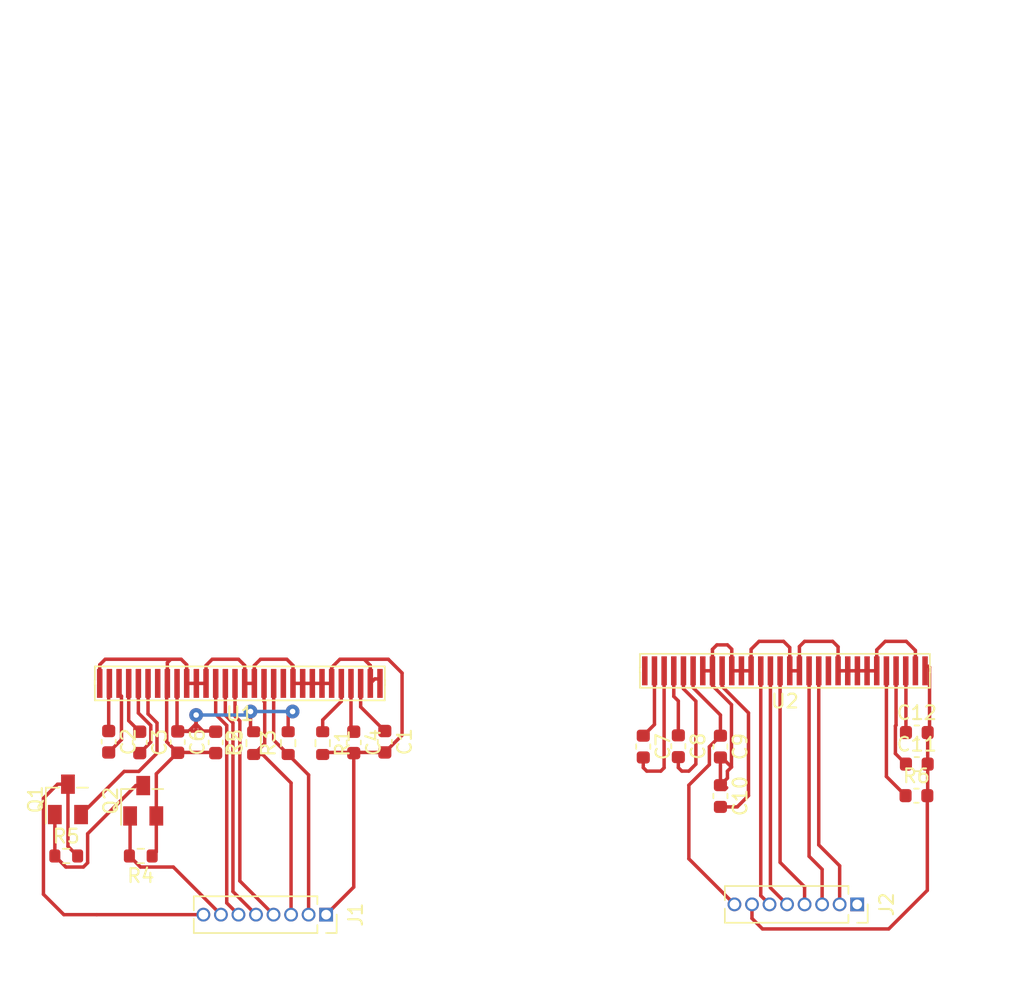
<source format=kicad_pcb>
(kicad_pcb (version 20171130) (host pcbnew 5.1.6+dfsg1-1)

  (general
    (thickness 1.6)
    (drawings 6)
    (tracks 234)
    (zones 0)
    (modules 24)
    (nets 35)
  )

  (page A4)
  (layers
    (0 F.Cu signal)
    (31 B.Cu signal)
    (32 B.Adhes user)
    (33 F.Adhes user)
    (34 B.Paste user)
    (35 F.Paste user)
    (36 B.SilkS user)
    (37 F.SilkS user)
    (38 B.Mask user)
    (39 F.Mask user)
    (40 Dwgs.User user)
    (41 Cmts.User user)
    (42 Eco1.User user)
    (43 Eco2.User user)
    (44 Edge.Cuts user)
    (45 Margin user)
    (46 B.CrtYd user)
    (47 F.CrtYd user)
    (48 B.Fab user)
    (49 F.Fab user)
  )

  (setup
    (last_trace_width 0.25)
    (trace_clearance 0.2)
    (zone_clearance 0.508)
    (zone_45_only no)
    (trace_min 0.2)
    (via_size 0.8)
    (via_drill 0.4)
    (via_min_size 0.4)
    (via_min_drill 0.3)
    (user_via 1 0.4)
    (uvia_size 0.3)
    (uvia_drill 0.1)
    (uvias_allowed no)
    (uvia_min_size 0.2)
    (uvia_min_drill 0.1)
    (edge_width 0.05)
    (segment_width 0.2)
    (pcb_text_width 0.3)
    (pcb_text_size 1.5 1.5)
    (mod_edge_width 0.12)
    (mod_text_size 1 1)
    (mod_text_width 0.15)
    (pad_size 1.524 1.524)
    (pad_drill 0.762)
    (pad_to_mask_clearance 0)
    (aux_axis_origin 0 0)
    (visible_elements FFF9FF1F)
    (pcbplotparams
      (layerselection 0x00000_7fffffff)
      (usegerberextensions false)
      (usegerberattributes true)
      (usegerberadvancedattributes true)
      (creategerberjobfile true)
      (excludeedgelayer true)
      (linewidth 0.100000)
      (plotframeref false)
      (viasonmask false)
      (mode 1)
      (useauxorigin false)
      (hpglpennumber 1)
      (hpglpenspeed 20)
      (hpglpendiameter 15.000000)
      (psnegative false)
      (psa4output false)
      (plotreference true)
      (plotvalue true)
      (plotinvisibletext false)
      (padsonsilk false)
      (subtractmaskfromsilk false)
      (outputformat 4)
      (mirror false)
      (drillshape 0)
      (scaleselection 1)
      (outputdirectory "./"))
  )

  (net 0 "")
  (net 1 GND)
  (net 2 "Net-(C1-Pad1)")
  (net 3 "Net-(C2-Pad1)")
  (net 4 "Net-(C2-Pad2)")
  (net 5 "Net-(C3-Pad2)")
  (net 6 "Net-(C3-Pad1)")
  (net 7 "Net-(C4-Pad1)")
  (net 8 VDD)
  (net 9 VIN)
  (net 10 "Net-(Q1-Pad2)")
  (net 11 "Net-(Q1-Pad1)")
  (net 12 GPIO)
  (net 13 "Net-(R1-Pad1)")
  (net 14 SCLK)
  (net 15 SDIN)
  (net 16 "Net-(U1-Pad7)")
  (net 17 CS)
  (net 18 RES)
  (net 19 DC)
  (net 20 "Net-(U1-Pad20)")
  (net 21 "Net-(C7-Pad1)")
  (net 22 "Net-(C7-Pad2)")
  (net 23 "Net-(C8-Pad2)")
  (net 24 "Net-(C8-Pad1)")
  (net 25 3.3V)
  (net 26 "Net-(C10-Pad2)")
  (net 27 "Net-(C11-Pad1)")
  (net 28 "Net-(C12-Pad1)")
  (net 29 "Net-(J2-Pad1)")
  (net 30 RST)
  (net 31 "Net-(R6-Pad1)")
  (net 32 "Net-(U2-Pad1)")
  (net 33 "Net-(U2-Pad20)")
  (net 34 "Net-(C10-Pad1)")

  (net_class Default "This is the default net class."
    (clearance 0.2)
    (trace_width 0.25)
    (via_dia 0.8)
    (via_drill 0.4)
    (uvia_dia 0.3)
    (uvia_drill 0.1)
    (add_net 3.3V)
    (add_net CS)
    (add_net DC)
    (add_net GND)
    (add_net GPIO)
    (add_net "Net-(C1-Pad1)")
    (add_net "Net-(C10-Pad1)")
    (add_net "Net-(C10-Pad2)")
    (add_net "Net-(C11-Pad1)")
    (add_net "Net-(C12-Pad1)")
    (add_net "Net-(C2-Pad1)")
    (add_net "Net-(C2-Pad2)")
    (add_net "Net-(C3-Pad1)")
    (add_net "Net-(C3-Pad2)")
    (add_net "Net-(C4-Pad1)")
    (add_net "Net-(C7-Pad1)")
    (add_net "Net-(C7-Pad2)")
    (add_net "Net-(C8-Pad1)")
    (add_net "Net-(C8-Pad2)")
    (add_net "Net-(J2-Pad1)")
    (add_net "Net-(Q1-Pad1)")
    (add_net "Net-(Q1-Pad2)")
    (add_net "Net-(R1-Pad1)")
    (add_net "Net-(R6-Pad1)")
    (add_net "Net-(U1-Pad20)")
    (add_net "Net-(U1-Pad7)")
    (add_net "Net-(U2-Pad1)")
    (add_net "Net-(U2-Pad20)")
    (add_net RES)
    (add_net RST)
    (add_net SCLK)
    (add_net SDIN)
    (add_net VDD)
    (add_net VIN)
  )

  (module Capacitor_SMD:C_0603_1608Metric (layer F.Cu) (tedit 5F68FEEE) (tstamp 5FA49F45)
    (at 154 99.725 270)
    (descr "Capacitor SMD 0603 (1608 Metric), square (rectangular) end terminal, IPC_7351 nominal, (Body size source: IPC-SM-782 page 76, https://www.pcb-3d.com/wordpress/wp-content/uploads/ipc-sm-782a_amendment_1_and_2.pdf), generated with kicad-footprint-generator")
    (tags capacitor)
    (path /5FA5956F)
    (attr smd)
    (fp_text reference C1 (at 0 -1.43 90) (layer F.SilkS)
      (effects (font (size 1 1) (thickness 0.15)))
    )
    (fp_text value C_Small (at 0 1.43 90) (layer F.Fab)
      (effects (font (size 1 1) (thickness 0.15)))
    )
    (fp_line (start -0.8 0.4) (end -0.8 -0.4) (layer F.Fab) (width 0.1))
    (fp_line (start -0.8 -0.4) (end 0.8 -0.4) (layer F.Fab) (width 0.1))
    (fp_line (start 0.8 -0.4) (end 0.8 0.4) (layer F.Fab) (width 0.1))
    (fp_line (start 0.8 0.4) (end -0.8 0.4) (layer F.Fab) (width 0.1))
    (fp_line (start -0.14058 -0.51) (end 0.14058 -0.51) (layer F.SilkS) (width 0.12))
    (fp_line (start -0.14058 0.51) (end 0.14058 0.51) (layer F.SilkS) (width 0.12))
    (fp_line (start -1.48 0.73) (end -1.48 -0.73) (layer F.CrtYd) (width 0.05))
    (fp_line (start -1.48 -0.73) (end 1.48 -0.73) (layer F.CrtYd) (width 0.05))
    (fp_line (start 1.48 -0.73) (end 1.48 0.73) (layer F.CrtYd) (width 0.05))
    (fp_line (start 1.48 0.73) (end -1.48 0.73) (layer F.CrtYd) (width 0.05))
    (fp_text user %R (at 0 0 90) (layer F.Fab)
      (effects (font (size 0.4 0.4) (thickness 0.06)))
    )
    (pad 2 smd roundrect (at 0.775 0 270) (size 0.9 0.95) (layers F.Cu F.Paste F.Mask) (roundrect_rratio 0.25)
      (net 1 GND))
    (pad 1 smd roundrect (at -0.775 0 270) (size 0.9 0.95) (layers F.Cu F.Paste F.Mask) (roundrect_rratio 0.25)
      (net 2 "Net-(C1-Pad1)"))
    (model ${KISYS3DMOD}/Capacitor_SMD.3dshapes/C_0603_1608Metric.wrl
      (at (xyz 0 0 0))
      (scale (xyz 1 1 1))
      (rotate (xyz 0 0 0))
    )
  )

  (module Capacitor_SMD:C_0603_1608Metric (layer F.Cu) (tedit 5F68FEEE) (tstamp 5FA49F56)
    (at 134 99.725 270)
    (descr "Capacitor SMD 0603 (1608 Metric), square (rectangular) end terminal, IPC_7351 nominal, (Body size source: IPC-SM-782 page 76, https://www.pcb-3d.com/wordpress/wp-content/uploads/ipc-sm-782a_amendment_1_and_2.pdf), generated with kicad-footprint-generator")
    (tags capacitor)
    (path /5FA5DA02)
    (attr smd)
    (fp_text reference C2 (at 0 -1.43 90) (layer F.SilkS)
      (effects (font (size 1 1) (thickness 0.15)))
    )
    (fp_text value C_Small (at 0 1.43 90) (layer F.Fab)
      (effects (font (size 1 1) (thickness 0.15)))
    )
    (fp_line (start 1.48 0.73) (end -1.48 0.73) (layer F.CrtYd) (width 0.05))
    (fp_line (start 1.48 -0.73) (end 1.48 0.73) (layer F.CrtYd) (width 0.05))
    (fp_line (start -1.48 -0.73) (end 1.48 -0.73) (layer F.CrtYd) (width 0.05))
    (fp_line (start -1.48 0.73) (end -1.48 -0.73) (layer F.CrtYd) (width 0.05))
    (fp_line (start -0.14058 0.51) (end 0.14058 0.51) (layer F.SilkS) (width 0.12))
    (fp_line (start -0.14058 -0.51) (end 0.14058 -0.51) (layer F.SilkS) (width 0.12))
    (fp_line (start 0.8 0.4) (end -0.8 0.4) (layer F.Fab) (width 0.1))
    (fp_line (start 0.8 -0.4) (end 0.8 0.4) (layer F.Fab) (width 0.1))
    (fp_line (start -0.8 -0.4) (end 0.8 -0.4) (layer F.Fab) (width 0.1))
    (fp_line (start -0.8 0.4) (end -0.8 -0.4) (layer F.Fab) (width 0.1))
    (fp_text user %R (at 0 0 90) (layer F.Fab)
      (effects (font (size 0.4 0.4) (thickness 0.06)))
    )
    (pad 1 smd roundrect (at -0.775 0 270) (size 0.9 0.95) (layers F.Cu F.Paste F.Mask) (roundrect_rratio 0.25)
      (net 3 "Net-(C2-Pad1)"))
    (pad 2 smd roundrect (at 0.775 0 270) (size 0.9 0.95) (layers F.Cu F.Paste F.Mask) (roundrect_rratio 0.25)
      (net 4 "Net-(C2-Pad2)"))
    (model ${KISYS3DMOD}/Capacitor_SMD.3dshapes/C_0603_1608Metric.wrl
      (at (xyz 0 0 0))
      (scale (xyz 1 1 1))
      (rotate (xyz 0 0 0))
    )
  )

  (module Capacitor_SMD:C_0603_1608Metric (layer F.Cu) (tedit 5F68FEEE) (tstamp 5FA49F67)
    (at 136.25 99.775 270)
    (descr "Capacitor SMD 0603 (1608 Metric), square (rectangular) end terminal, IPC_7351 nominal, (Body size source: IPC-SM-782 page 76, https://www.pcb-3d.com/wordpress/wp-content/uploads/ipc-sm-782a_amendment_1_and_2.pdf), generated with kicad-footprint-generator")
    (tags capacitor)
    (path /5FA61916)
    (attr smd)
    (fp_text reference C3 (at 0 -1.43 90) (layer F.SilkS)
      (effects (font (size 1 1) (thickness 0.15)))
    )
    (fp_text value C_Small (at 0 1.43 90) (layer F.Fab)
      (effects (font (size 1 1) (thickness 0.15)))
    )
    (fp_line (start -0.8 0.4) (end -0.8 -0.4) (layer F.Fab) (width 0.1))
    (fp_line (start -0.8 -0.4) (end 0.8 -0.4) (layer F.Fab) (width 0.1))
    (fp_line (start 0.8 -0.4) (end 0.8 0.4) (layer F.Fab) (width 0.1))
    (fp_line (start 0.8 0.4) (end -0.8 0.4) (layer F.Fab) (width 0.1))
    (fp_line (start -0.14058 -0.51) (end 0.14058 -0.51) (layer F.SilkS) (width 0.12))
    (fp_line (start -0.14058 0.51) (end 0.14058 0.51) (layer F.SilkS) (width 0.12))
    (fp_line (start -1.48 0.73) (end -1.48 -0.73) (layer F.CrtYd) (width 0.05))
    (fp_line (start -1.48 -0.73) (end 1.48 -0.73) (layer F.CrtYd) (width 0.05))
    (fp_line (start 1.48 -0.73) (end 1.48 0.73) (layer F.CrtYd) (width 0.05))
    (fp_line (start 1.48 0.73) (end -1.48 0.73) (layer F.CrtYd) (width 0.05))
    (fp_text user %R (at 0 0 90) (layer F.Fab)
      (effects (font (size 0.4 0.4) (thickness 0.06)))
    )
    (pad 2 smd roundrect (at 0.775 0 270) (size 0.9 0.95) (layers F.Cu F.Paste F.Mask) (roundrect_rratio 0.25)
      (net 5 "Net-(C3-Pad2)"))
    (pad 1 smd roundrect (at -0.775 0 270) (size 0.9 0.95) (layers F.Cu F.Paste F.Mask) (roundrect_rratio 0.25)
      (net 6 "Net-(C3-Pad1)"))
    (model ${KISYS3DMOD}/Capacitor_SMD.3dshapes/C_0603_1608Metric.wrl
      (at (xyz 0 0 0))
      (scale (xyz 1 1 1))
      (rotate (xyz 0 0 0))
    )
  )

  (module Capacitor_SMD:C_0603_1608Metric (layer F.Cu) (tedit 5F68FEEE) (tstamp 5FA49F78)
    (at 151.75 99.775 270)
    (descr "Capacitor SMD 0603 (1608 Metric), square (rectangular) end terminal, IPC_7351 nominal, (Body size source: IPC-SM-782 page 76, https://www.pcb-3d.com/wordpress/wp-content/uploads/ipc-sm-782a_amendment_1_and_2.pdf), generated with kicad-footprint-generator")
    (tags capacitor)
    (path /5FA58AE8)
    (attr smd)
    (fp_text reference C4 (at 0 -1.43 90) (layer F.SilkS)
      (effects (font (size 1 1) (thickness 0.15)))
    )
    (fp_text value C_Small (at 0 1.43 90) (layer F.Fab)
      (effects (font (size 1 1) (thickness 0.15)))
    )
    (fp_line (start 1.48 0.73) (end -1.48 0.73) (layer F.CrtYd) (width 0.05))
    (fp_line (start 1.48 -0.73) (end 1.48 0.73) (layer F.CrtYd) (width 0.05))
    (fp_line (start -1.48 -0.73) (end 1.48 -0.73) (layer F.CrtYd) (width 0.05))
    (fp_line (start -1.48 0.73) (end -1.48 -0.73) (layer F.CrtYd) (width 0.05))
    (fp_line (start -0.14058 0.51) (end 0.14058 0.51) (layer F.SilkS) (width 0.12))
    (fp_line (start -0.14058 -0.51) (end 0.14058 -0.51) (layer F.SilkS) (width 0.12))
    (fp_line (start 0.8 0.4) (end -0.8 0.4) (layer F.Fab) (width 0.1))
    (fp_line (start 0.8 -0.4) (end 0.8 0.4) (layer F.Fab) (width 0.1))
    (fp_line (start -0.8 -0.4) (end 0.8 -0.4) (layer F.Fab) (width 0.1))
    (fp_line (start -0.8 0.4) (end -0.8 -0.4) (layer F.Fab) (width 0.1))
    (fp_text user %R (at 0 0 90) (layer F.Fab)
      (effects (font (size 0.4 0.4) (thickness 0.06)))
    )
    (pad 1 smd roundrect (at -0.775 0 270) (size 0.9 0.95) (layers F.Cu F.Paste F.Mask) (roundrect_rratio 0.25)
      (net 7 "Net-(C4-Pad1)"))
    (pad 2 smd roundrect (at 0.775 0 270) (size 0.9 0.95) (layers F.Cu F.Paste F.Mask) (roundrect_rratio 0.25)
      (net 1 GND))
    (model ${KISYS3DMOD}/Capacitor_SMD.3dshapes/C_0603_1608Metric.wrl
      (at (xyz 0 0 0))
      (scale (xyz 1 1 1))
      (rotate (xyz 0 0 0))
    )
  )

  (module Capacitor_SMD:C_0603_1608Metric (layer F.Cu) (tedit 5F68FEEE) (tstamp 5FA49F89)
    (at 141.75 99.775 270)
    (descr "Capacitor SMD 0603 (1608 Metric), square (rectangular) end terminal, IPC_7351 nominal, (Body size source: IPC-SM-782 page 76, https://www.pcb-3d.com/wordpress/wp-content/uploads/ipc-sm-782a_amendment_1_and_2.pdf), generated with kicad-footprint-generator")
    (tags capacitor)
    (path /5FA66D51)
    (attr smd)
    (fp_text reference C5 (at 0 -1.43 90) (layer F.SilkS)
      (effects (font (size 1 1) (thickness 0.15)))
    )
    (fp_text value C_Small (at 0 1.43 90) (layer F.Fab)
      (effects (font (size 1 1) (thickness 0.15)))
    )
    (fp_line (start -0.8 0.4) (end -0.8 -0.4) (layer F.Fab) (width 0.1))
    (fp_line (start -0.8 -0.4) (end 0.8 -0.4) (layer F.Fab) (width 0.1))
    (fp_line (start 0.8 -0.4) (end 0.8 0.4) (layer F.Fab) (width 0.1))
    (fp_line (start 0.8 0.4) (end -0.8 0.4) (layer F.Fab) (width 0.1))
    (fp_line (start -0.14058 -0.51) (end 0.14058 -0.51) (layer F.SilkS) (width 0.12))
    (fp_line (start -0.14058 0.51) (end 0.14058 0.51) (layer F.SilkS) (width 0.12))
    (fp_line (start -1.48 0.73) (end -1.48 -0.73) (layer F.CrtYd) (width 0.05))
    (fp_line (start -1.48 -0.73) (end 1.48 -0.73) (layer F.CrtYd) (width 0.05))
    (fp_line (start 1.48 -0.73) (end 1.48 0.73) (layer F.CrtYd) (width 0.05))
    (fp_line (start 1.48 0.73) (end -1.48 0.73) (layer F.CrtYd) (width 0.05))
    (fp_text user %R (at 0 0 90) (layer F.Fab)
      (effects (font (size 0.4 0.4) (thickness 0.06)))
    )
    (pad 2 smd roundrect (at 0.775 0 270) (size 0.9 0.95) (layers F.Cu F.Paste F.Mask) (roundrect_rratio 0.25)
      (net 1 GND))
    (pad 1 smd roundrect (at -0.775 0 270) (size 0.9 0.95) (layers F.Cu F.Paste F.Mask) (roundrect_rratio 0.25)
      (net 8 VDD))
    (model ${KISYS3DMOD}/Capacitor_SMD.3dshapes/C_0603_1608Metric.wrl
      (at (xyz 0 0 0))
      (scale (xyz 1 1 1))
      (rotate (xyz 0 0 0))
    )
  )

  (module Capacitor_SMD:C_0603_1608Metric (layer F.Cu) (tedit 5F68FEEE) (tstamp 5FA49F9A)
    (at 139 99.75 270)
    (descr "Capacitor SMD 0603 (1608 Metric), square (rectangular) end terminal, IPC_7351 nominal, (Body size source: IPC-SM-782 page 76, https://www.pcb-3d.com/wordpress/wp-content/uploads/ipc-sm-782a_amendment_1_and_2.pdf), generated with kicad-footprint-generator")
    (tags capacitor)
    (path /5FA666A9)
    (attr smd)
    (fp_text reference C6 (at 0 -1.43 90) (layer F.SilkS)
      (effects (font (size 1 1) (thickness 0.15)))
    )
    (fp_text value C_Small (at 0 1.43 90) (layer F.Fab)
      (effects (font (size 1 1) (thickness 0.15)))
    )
    (fp_line (start 1.48 0.73) (end -1.48 0.73) (layer F.CrtYd) (width 0.05))
    (fp_line (start 1.48 -0.73) (end 1.48 0.73) (layer F.CrtYd) (width 0.05))
    (fp_line (start -1.48 -0.73) (end 1.48 -0.73) (layer F.CrtYd) (width 0.05))
    (fp_line (start -1.48 0.73) (end -1.48 -0.73) (layer F.CrtYd) (width 0.05))
    (fp_line (start -0.14058 0.51) (end 0.14058 0.51) (layer F.SilkS) (width 0.12))
    (fp_line (start -0.14058 -0.51) (end 0.14058 -0.51) (layer F.SilkS) (width 0.12))
    (fp_line (start 0.8 0.4) (end -0.8 0.4) (layer F.Fab) (width 0.1))
    (fp_line (start 0.8 -0.4) (end 0.8 0.4) (layer F.Fab) (width 0.1))
    (fp_line (start -0.8 -0.4) (end 0.8 -0.4) (layer F.Fab) (width 0.1))
    (fp_line (start -0.8 0.4) (end -0.8 -0.4) (layer F.Fab) (width 0.1))
    (fp_text user %R (at 0 0 90) (layer F.Fab)
      (effects (font (size 0.4 0.4) (thickness 0.06)))
    )
    (pad 1 smd roundrect (at -0.775 0 270) (size 0.9 0.95) (layers F.Cu F.Paste F.Mask) (roundrect_rratio 0.25)
      (net 8 VDD))
    (pad 2 smd roundrect (at 0.775 0 270) (size 0.9 0.95) (layers F.Cu F.Paste F.Mask) (roundrect_rratio 0.25)
      (net 1 GND))
    (model ${KISYS3DMOD}/Capacitor_SMD.3dshapes/C_0603_1608Metric.wrl
      (at (xyz 0 0 0))
      (scale (xyz 1 1 1))
      (rotate (xyz 0 0 0))
    )
  )

  (module Package_TO_SOT_SMD:SuperSOT-3 (layer F.Cu) (tedit 5A02FF57) (tstamp 5FA49FAE)
    (at 131.05 103.9 90)
    (descr "3-pin SuperSOT package https://www.fairchildsemi.com/package-drawings/MA/MA03B.pdf")
    (tags "SuperSOT-3 SSOT-3")
    (path /5FA44208)
    (attr smd)
    (fp_text reference Q1 (at 0 -2.35 90) (layer F.SilkS)
      (effects (font (size 1 1) (thickness 0.15)))
    )
    (fp_text value FDN338P (at 0 2.4 90) (layer F.Fab)
      (effects (font (size 1 1) (thickness 0.15)))
    )
    (fp_line (start 0.85 0.65) (end 0.85 1.45) (layer F.SilkS) (width 0.12))
    (fp_line (start -1.75 -1.6) (end 0.85 -1.6) (layer F.SilkS) (width 0.12))
    (fp_line (start 0.85 -1.6) (end 0.85 -0.65) (layer F.SilkS) (width 0.12))
    (fp_line (start 0.7 -1.45) (end 0.7 1.45) (layer F.Fab) (width 0.12))
    (fp_line (start 0.7 1.45) (end -0.7 1.45) (layer F.Fab) (width 0.12))
    (fp_line (start -0.7 1.45) (end -0.7 -0.9) (layer F.Fab) (width 0.12))
    (fp_line (start -0.7 -0.9) (end -0.15 -1.45) (layer F.Fab) (width 0.12))
    (fp_line (start -0.15 -1.45) (end 0.7 -1.45) (layer F.Fab) (width 0.12))
    (fp_line (start -2.05 -1.7) (end 2.05 -1.7) (layer F.CrtYd) (width 0.05))
    (fp_line (start -2.05 -1.7) (end -2.05 1.7) (layer F.CrtYd) (width 0.05))
    (fp_line (start 2.05 1.7) (end 2.05 -1.7) (layer F.CrtYd) (width 0.05))
    (fp_line (start 2.05 1.7) (end -2.05 1.7) (layer F.CrtYd) (width 0.05))
    (fp_text user %R (at 0 0) (layer F.Fab)
      (effects (font (size 0.5 0.5) (thickness 0.075)))
    )
    (pad 3 smd rect (at 1.1 0 90) (size 1.4 1) (layers F.Cu F.Paste F.Mask)
      (net 9 VIN))
    (pad 2 smd rect (at -1.1 0.95 90) (size 1.4 1) (layers F.Cu F.Paste F.Mask)
      (net 10 "Net-(Q1-Pad2)"))
    (pad 1 smd rect (at -1.1 -0.95 90) (size 1.4 1) (layers F.Cu F.Paste F.Mask)
      (net 11 "Net-(Q1-Pad1)"))
    (model ${KISYS3DMOD}/Package_TO_SOT_SMD.3dshapes/SuperSOT-3.wrl
      (at (xyz 0 0 0))
      (scale (xyz 1 1 1))
      (rotate (xyz 0 0 0))
    )
  )

  (module Package_TO_SOT_SMD:SuperSOT-3 (layer F.Cu) (tedit 5A02FF57) (tstamp 5FA49FC2)
    (at 136.5 104 90)
    (descr "3-pin SuperSOT package https://www.fairchildsemi.com/package-drawings/MA/MA03B.pdf")
    (tags "SuperSOT-3 SSOT-3")
    (path /5FA43958)
    (attr smd)
    (fp_text reference Q2 (at 0 -2.35 90) (layer F.SilkS)
      (effects (font (size 1 1) (thickness 0.15)))
    )
    (fp_text value FDN335N (at 0 2.4 90) (layer F.Fab)
      (effects (font (size 1 1) (thickness 0.15)))
    )
    (fp_line (start 2.05 1.7) (end -2.05 1.7) (layer F.CrtYd) (width 0.05))
    (fp_line (start 2.05 1.7) (end 2.05 -1.7) (layer F.CrtYd) (width 0.05))
    (fp_line (start -2.05 -1.7) (end -2.05 1.7) (layer F.CrtYd) (width 0.05))
    (fp_line (start -2.05 -1.7) (end 2.05 -1.7) (layer F.CrtYd) (width 0.05))
    (fp_line (start -0.15 -1.45) (end 0.7 -1.45) (layer F.Fab) (width 0.12))
    (fp_line (start -0.7 -0.9) (end -0.15 -1.45) (layer F.Fab) (width 0.12))
    (fp_line (start -0.7 1.45) (end -0.7 -0.9) (layer F.Fab) (width 0.12))
    (fp_line (start 0.7 1.45) (end -0.7 1.45) (layer F.Fab) (width 0.12))
    (fp_line (start 0.7 -1.45) (end 0.7 1.45) (layer F.Fab) (width 0.12))
    (fp_line (start 0.85 -1.6) (end 0.85 -0.65) (layer F.SilkS) (width 0.12))
    (fp_line (start -1.75 -1.6) (end 0.85 -1.6) (layer F.SilkS) (width 0.12))
    (fp_line (start 0.85 0.65) (end 0.85 1.45) (layer F.SilkS) (width 0.12))
    (fp_text user %R (at 0 0) (layer F.Fab)
      (effects (font (size 0.5 0.5) (thickness 0.075)))
    )
    (pad 1 smd rect (at -1.1 -0.95 90) (size 1.4 1) (layers F.Cu F.Paste F.Mask)
      (net 12 GPIO))
    (pad 2 smd rect (at -1.1 0.95 90) (size 1.4 1) (layers F.Cu F.Paste F.Mask)
      (net 1 GND))
    (pad 3 smd rect (at 1.1 0 90) (size 1.4 1) (layers F.Cu F.Paste F.Mask)
      (net 11 "Net-(Q1-Pad1)"))
    (model ${KISYS3DMOD}/Package_TO_SOT_SMD.3dshapes/SuperSOT-3.wrl
      (at (xyz 0 0 0))
      (scale (xyz 1 1 1))
      (rotate (xyz 0 0 0))
    )
  )

  (module Resistor_SMD:R_0603_1608Metric (layer F.Cu) (tedit 5F68FEEE) (tstamp 5FA49FD3)
    (at 149.5 99.825 270)
    (descr "Resistor SMD 0603 (1608 Metric), square (rectangular) end terminal, IPC_7351 nominal, (Body size source: IPC-SM-782 page 72, https://www.pcb-3d.com/wordpress/wp-content/uploads/ipc-sm-782a_amendment_1_and_2.pdf), generated with kicad-footprint-generator")
    (tags resistor)
    (path /5FA565CA)
    (attr smd)
    (fp_text reference R1 (at 0 -1.43 90) (layer F.SilkS)
      (effects (font (size 1 1) (thickness 0.15)))
    )
    (fp_text value R_Small (at 0 1.43 90) (layer F.Fab)
      (effects (font (size 1 1) (thickness 0.15)))
    )
    (fp_line (start 1.48 0.73) (end -1.48 0.73) (layer F.CrtYd) (width 0.05))
    (fp_line (start 1.48 -0.73) (end 1.48 0.73) (layer F.CrtYd) (width 0.05))
    (fp_line (start -1.48 -0.73) (end 1.48 -0.73) (layer F.CrtYd) (width 0.05))
    (fp_line (start -1.48 0.73) (end -1.48 -0.73) (layer F.CrtYd) (width 0.05))
    (fp_line (start -0.237258 0.5225) (end 0.237258 0.5225) (layer F.SilkS) (width 0.12))
    (fp_line (start -0.237258 -0.5225) (end 0.237258 -0.5225) (layer F.SilkS) (width 0.12))
    (fp_line (start 0.8 0.4125) (end -0.8 0.4125) (layer F.Fab) (width 0.1))
    (fp_line (start 0.8 -0.4125) (end 0.8 0.4125) (layer F.Fab) (width 0.1))
    (fp_line (start -0.8 -0.4125) (end 0.8 -0.4125) (layer F.Fab) (width 0.1))
    (fp_line (start -0.8 0.4125) (end -0.8 -0.4125) (layer F.Fab) (width 0.1))
    (fp_text user %R (at 0 0 90) (layer F.Fab)
      (effects (font (size 0.4 0.4) (thickness 0.06)))
    )
    (pad 1 smd roundrect (at -0.825 0 270) (size 0.8 0.95) (layers F.Cu F.Paste F.Mask) (roundrect_rratio 0.25)
      (net 13 "Net-(R1-Pad1)"))
    (pad 2 smd roundrect (at 0.825 0 270) (size 0.8 0.95) (layers F.Cu F.Paste F.Mask) (roundrect_rratio 0.25)
      (net 1 GND))
    (model ${KISYS3DMOD}/Resistor_SMD.3dshapes/R_0603_1608Metric.wrl
      (at (xyz 0 0 0))
      (scale (xyz 1 1 1))
      (rotate (xyz 0 0 0))
    )
  )

  (module Resistor_SMD:R_0603_1608Metric (layer F.Cu) (tedit 5F68FEEE) (tstamp 5FA49FE4)
    (at 144.5 99.825 90)
    (descr "Resistor SMD 0603 (1608 Metric), square (rectangular) end terminal, IPC_7351 nominal, (Body size source: IPC-SM-782 page 72, https://www.pcb-3d.com/wordpress/wp-content/uploads/ipc-sm-782a_amendment_1_and_2.pdf), generated with kicad-footprint-generator")
    (tags resistor)
    (path /5FABAA42)
    (attr smd)
    (fp_text reference R2 (at 0 -1.43 90) (layer F.SilkS)
      (effects (font (size 1 1) (thickness 0.15)))
    )
    (fp_text value R_Small (at 0 1.43 90) (layer F.Fab)
      (effects (font (size 1 1) (thickness 0.15)))
    )
    (fp_line (start -0.8 0.4125) (end -0.8 -0.4125) (layer F.Fab) (width 0.1))
    (fp_line (start -0.8 -0.4125) (end 0.8 -0.4125) (layer F.Fab) (width 0.1))
    (fp_line (start 0.8 -0.4125) (end 0.8 0.4125) (layer F.Fab) (width 0.1))
    (fp_line (start 0.8 0.4125) (end -0.8 0.4125) (layer F.Fab) (width 0.1))
    (fp_line (start -0.237258 -0.5225) (end 0.237258 -0.5225) (layer F.SilkS) (width 0.12))
    (fp_line (start -0.237258 0.5225) (end 0.237258 0.5225) (layer F.SilkS) (width 0.12))
    (fp_line (start -1.48 0.73) (end -1.48 -0.73) (layer F.CrtYd) (width 0.05))
    (fp_line (start -1.48 -0.73) (end 1.48 -0.73) (layer F.CrtYd) (width 0.05))
    (fp_line (start 1.48 -0.73) (end 1.48 0.73) (layer F.CrtYd) (width 0.05))
    (fp_line (start 1.48 0.73) (end -1.48 0.73) (layer F.CrtYd) (width 0.05))
    (fp_text user %R (at 0 0 90) (layer F.Fab)
      (effects (font (size 0.4 0.4) (thickness 0.06)))
    )
    (pad 2 smd roundrect (at 0.825 0 90) (size 0.8 0.95) (layers F.Cu F.Paste F.Mask) (roundrect_rratio 0.25)
      (net 8 VDD))
    (pad 1 smd roundrect (at -0.825 0 90) (size 0.8 0.95) (layers F.Cu F.Paste F.Mask) (roundrect_rratio 0.25)
      (net 14 SCLK))
    (model ${KISYS3DMOD}/Resistor_SMD.3dshapes/R_0603_1608Metric.wrl
      (at (xyz 0 0 0))
      (scale (xyz 1 1 1))
      (rotate (xyz 0 0 0))
    )
  )

  (module Resistor_SMD:R_0603_1608Metric (layer F.Cu) (tedit 5F68FEEE) (tstamp 5FA49FF5)
    (at 147 99.825 90)
    (descr "Resistor SMD 0603 (1608 Metric), square (rectangular) end terminal, IPC_7351 nominal, (Body size source: IPC-SM-782 page 72, https://www.pcb-3d.com/wordpress/wp-content/uploads/ipc-sm-782a_amendment_1_and_2.pdf), generated with kicad-footprint-generator")
    (tags resistor)
    (path /5FABAEB0)
    (attr smd)
    (fp_text reference R3 (at 0 -1.43 90) (layer F.SilkS)
      (effects (font (size 1 1) (thickness 0.15)))
    )
    (fp_text value R_Small (at 0 1.43 90) (layer F.Fab)
      (effects (font (size 1 1) (thickness 0.15)))
    )
    (fp_line (start 1.48 0.73) (end -1.48 0.73) (layer F.CrtYd) (width 0.05))
    (fp_line (start 1.48 -0.73) (end 1.48 0.73) (layer F.CrtYd) (width 0.05))
    (fp_line (start -1.48 -0.73) (end 1.48 -0.73) (layer F.CrtYd) (width 0.05))
    (fp_line (start -1.48 0.73) (end -1.48 -0.73) (layer F.CrtYd) (width 0.05))
    (fp_line (start -0.237258 0.5225) (end 0.237258 0.5225) (layer F.SilkS) (width 0.12))
    (fp_line (start -0.237258 -0.5225) (end 0.237258 -0.5225) (layer F.SilkS) (width 0.12))
    (fp_line (start 0.8 0.4125) (end -0.8 0.4125) (layer F.Fab) (width 0.1))
    (fp_line (start 0.8 -0.4125) (end 0.8 0.4125) (layer F.Fab) (width 0.1))
    (fp_line (start -0.8 -0.4125) (end 0.8 -0.4125) (layer F.Fab) (width 0.1))
    (fp_line (start -0.8 0.4125) (end -0.8 -0.4125) (layer F.Fab) (width 0.1))
    (fp_text user %R (at 0 0 90) (layer F.Fab)
      (effects (font (size 0.4 0.4) (thickness 0.06)))
    )
    (pad 1 smd roundrect (at -0.825 0 90) (size 0.8 0.95) (layers F.Cu F.Paste F.Mask) (roundrect_rratio 0.25)
      (net 15 SDIN))
    (pad 2 smd roundrect (at 0.825 0 90) (size 0.8 0.95) (layers F.Cu F.Paste F.Mask) (roundrect_rratio 0.25)
      (net 8 VDD))
    (model ${KISYS3DMOD}/Resistor_SMD.3dshapes/R_0603_1608Metric.wrl
      (at (xyz 0 0 0))
      (scale (xyz 1 1 1))
      (rotate (xyz 0 0 0))
    )
  )

  (module Resistor_SMD:R_0603_1608Metric (layer F.Cu) (tedit 5F68FEEE) (tstamp 5FA4A006)
    (at 136.325 108 180)
    (descr "Resistor SMD 0603 (1608 Metric), square (rectangular) end terminal, IPC_7351 nominal, (Body size source: IPC-SM-782 page 72, https://www.pcb-3d.com/wordpress/wp-content/uploads/ipc-sm-782a_amendment_1_and_2.pdf), generated with kicad-footprint-generator")
    (tags resistor)
    (path /5FA4F678)
    (attr smd)
    (fp_text reference R4 (at 0 -1.43) (layer F.SilkS)
      (effects (font (size 1 1) (thickness 0.15)))
    )
    (fp_text value R_Small (at 0 1.43) (layer F.Fab)
      (effects (font (size 1 1) (thickness 0.15)))
    )
    (fp_line (start -0.8 0.4125) (end -0.8 -0.4125) (layer F.Fab) (width 0.1))
    (fp_line (start -0.8 -0.4125) (end 0.8 -0.4125) (layer F.Fab) (width 0.1))
    (fp_line (start 0.8 -0.4125) (end 0.8 0.4125) (layer F.Fab) (width 0.1))
    (fp_line (start 0.8 0.4125) (end -0.8 0.4125) (layer F.Fab) (width 0.1))
    (fp_line (start -0.237258 -0.5225) (end 0.237258 -0.5225) (layer F.SilkS) (width 0.12))
    (fp_line (start -0.237258 0.5225) (end 0.237258 0.5225) (layer F.SilkS) (width 0.12))
    (fp_line (start -1.48 0.73) (end -1.48 -0.73) (layer F.CrtYd) (width 0.05))
    (fp_line (start -1.48 -0.73) (end 1.48 -0.73) (layer F.CrtYd) (width 0.05))
    (fp_line (start 1.48 -0.73) (end 1.48 0.73) (layer F.CrtYd) (width 0.05))
    (fp_line (start 1.48 0.73) (end -1.48 0.73) (layer F.CrtYd) (width 0.05))
    (fp_text user %R (at 0 0) (layer F.Fab)
      (effects (font (size 0.4 0.4) (thickness 0.06)))
    )
    (pad 2 smd roundrect (at 0.825 0 180) (size 0.8 0.95) (layers F.Cu F.Paste F.Mask) (roundrect_rratio 0.25)
      (net 12 GPIO))
    (pad 1 smd roundrect (at -0.825 0 180) (size 0.8 0.95) (layers F.Cu F.Paste F.Mask) (roundrect_rratio 0.25)
      (net 1 GND))
    (model ${KISYS3DMOD}/Resistor_SMD.3dshapes/R_0603_1608Metric.wrl
      (at (xyz 0 0 0))
      (scale (xyz 1 1 1))
      (rotate (xyz 0 0 0))
    )
  )

  (module Resistor_SMD:R_0603_1608Metric (layer F.Cu) (tedit 5F68FEEE) (tstamp 5FA4A017)
    (at 130.925 108)
    (descr "Resistor SMD 0603 (1608 Metric), square (rectangular) end terminal, IPC_7351 nominal, (Body size source: IPC-SM-782 page 72, https://www.pcb-3d.com/wordpress/wp-content/uploads/ipc-sm-782a_amendment_1_and_2.pdf), generated with kicad-footprint-generator")
    (tags resistor)
    (path /5FA4BFB5)
    (attr smd)
    (fp_text reference R5 (at 0 -1.43) (layer F.SilkS)
      (effects (font (size 1 1) (thickness 0.15)))
    )
    (fp_text value R_Small (at 0 1.43) (layer F.Fab)
      (effects (font (size 1 1) (thickness 0.15)))
    )
    (fp_line (start 1.48 0.73) (end -1.48 0.73) (layer F.CrtYd) (width 0.05))
    (fp_line (start 1.48 -0.73) (end 1.48 0.73) (layer F.CrtYd) (width 0.05))
    (fp_line (start -1.48 -0.73) (end 1.48 -0.73) (layer F.CrtYd) (width 0.05))
    (fp_line (start -1.48 0.73) (end -1.48 -0.73) (layer F.CrtYd) (width 0.05))
    (fp_line (start -0.237258 0.5225) (end 0.237258 0.5225) (layer F.SilkS) (width 0.12))
    (fp_line (start -0.237258 -0.5225) (end 0.237258 -0.5225) (layer F.SilkS) (width 0.12))
    (fp_line (start 0.8 0.4125) (end -0.8 0.4125) (layer F.Fab) (width 0.1))
    (fp_line (start 0.8 -0.4125) (end 0.8 0.4125) (layer F.Fab) (width 0.1))
    (fp_line (start -0.8 -0.4125) (end 0.8 -0.4125) (layer F.Fab) (width 0.1))
    (fp_line (start -0.8 0.4125) (end -0.8 -0.4125) (layer F.Fab) (width 0.1))
    (fp_text user %R (at 0 0) (layer F.Fab)
      (effects (font (size 0.4 0.4) (thickness 0.06)))
    )
    (pad 1 smd roundrect (at -0.825 0) (size 0.8 0.95) (layers F.Cu F.Paste F.Mask) (roundrect_rratio 0.25)
      (net 11 "Net-(Q1-Pad1)"))
    (pad 2 smd roundrect (at 0.825 0) (size 0.8 0.95) (layers F.Cu F.Paste F.Mask) (roundrect_rratio 0.25)
      (net 9 VIN))
    (model ${KISYS3DMOD}/Resistor_SMD.3dshapes/R_0603_1608Metric.wrl
      (at (xyz 0 0 0))
      (scale (xyz 1 1 1))
      (rotate (xyz 0 0 0))
    )
  )

  (module OLED_Breakout:SH1106 (layer F.Cu) (tedit 5FA442D8) (tstamp 5FA4A057)
    (at 143.5 95.5)
    (path /5FAC66FD)
    (attr smd)
    (fp_text reference U1 (at 0 2.2) (layer F.SilkS)
      (effects (font (size 1 1) (thickness 0.15)))
    )
    (fp_text value SH1106 (at 0 3.35) (layer F.Fab)
      (effects (font (size 1 1) (thickness 0.15)))
    )
    (fp_line (start 17.228 -33.02) (end 17.228 -10.02) (layer Dwgs.User) (width 0.2))
    (fp_line (start -11.022 1.98) (end 10.978 1.98) (layer Dwgs.User) (width 0.2))
    (fp_line (start -6.022 -10.52) (end -6.028542 -4.83165) (layer Dwgs.User) (width 0.2))
    (fp_line (start 17.228 -10.02) (end -17.272 -10.02) (layer Dwgs.User) (width 0.2))
    (fp_line (start -17.272 -10.02) (end -17.272 -33.02) (layer Dwgs.User) (width 0.2))
    (fp_line (start 5.978 -10.52) (end -6.022 -10.52) (layer Dwgs.User) (width 0.2))
    (fp_line (start 10.978 -2.061212) (end 5.978 -4.82) (layer Dwgs.User) (width 0.2))
    (fp_line (start -11.022 -2.02) (end -11.022 1.98) (layer Dwgs.User) (width 0.2))
    (fp_line (start -6.028542 -4.83165) (end -11.022 -2.02) (layer Dwgs.User) (width 0.2))
    (fp_line (start 10.978 1.98) (end 10.978 -2.061212) (layer Dwgs.User) (width 0.2))
    (fp_line (start 5.978 -4.82) (end 5.978 -10.52) (layer Dwgs.User) (width 0.2))
    (fp_line (start -17.272 -33.02) (end 17.228 -33.02) (layer Dwgs.User) (width 0.2))
    (fp_line (start -10.75 -1.45) (end -10.75 1.45) (layer F.CrtYd) (width 0.05))
    (fp_line (start -10.75 1.45) (end 10.75 1.45) (layer F.CrtYd) (width 0.05))
    (fp_line (start 10.75 -1.45) (end 10.75 1.45) (layer F.CrtYd) (width 0.05))
    (fp_line (start -10.75 -1.45) (end 10.75 -1.45) (layer F.CrtYd) (width 0.05))
    (fp_line (start 10.5 -0.24) (end 10.5 -1.23) (layer F.SilkS) (width 0.12))
    (fp_line (start -10.5 -0.24) (end -10.5 -1.23) (layer F.SilkS) (width 0.12))
    (fp_line (start 10.51 -0.24) (end 10.5 -0.24) (layer F.SilkS) (width 0.12))
    (fp_line (start -10.51 -0.24) (end -10.5 -0.24) (layer F.SilkS) (width 0.12))
    (fp_line (start 10.51 0.12) (end 10.51 -0.24) (layer F.SilkS) (width 0.12))
    (fp_line (start -10.51 0.12) (end -10.51 -0.24) (layer F.SilkS) (width 0.12))
    (fp_line (start 10.5 0.12) (end 10.51 0.12) (layer F.SilkS) (width 0.12))
    (fp_line (start -10.5 0.12) (end -10.51 0.12) (layer F.SilkS) (width 0.12))
    (fp_line (start 10.5 1.23) (end 10.5 0.12) (layer F.SilkS) (width 0.12))
    (fp_line (start -10.5 1.23) (end -10.5 0.12) (layer F.SilkS) (width 0.12))
    (fp_line (start -10.5 1.23) (end 10.5 1.23) (layer F.SilkS) (width 0.12))
    (fp_line (start -10.5 -1.23) (end 10.5 -1.23) (layer F.SilkS) (width 0.12))
    (pad 1 smd rect (at -10.15 0) (size 0.4 2.1) (layers F.Cu F.Paste F.Mask)
      (net 1 GND))
    (pad 2 smd rect (at -9.45 0) (size 0.4 2.1) (layers F.Cu F.Paste F.Mask)
      (net 3 "Net-(C2-Pad1)"))
    (pad 3 smd rect (at -8.75 0) (size 0.4 2.1) (layers F.Cu F.Paste F.Mask)
      (net 4 "Net-(C2-Pad2)"))
    (pad 4 smd rect (at -8.05 0) (size 0.4 2.1) (layers F.Cu F.Paste F.Mask)
      (net 6 "Net-(C3-Pad1)"))
    (pad 5 smd rect (at -7.35 0) (size 0.4 2.1) (layers F.Cu F.Paste F.Mask)
      (net 5 "Net-(C3-Pad2)"))
    (pad 6 smd rect (at -6.65 0) (size 0.4 2.1) (layers F.Cu F.Paste F.Mask)
      (net 10 "Net-(Q1-Pad2)"))
    (pad 7 smd rect (at -5.95 0) (size 0.4 2.1) (layers F.Cu F.Paste F.Mask)
      (net 16 "Net-(U1-Pad7)"))
    (pad 8 smd rect (at -5.25 0) (size 0.4 2.1) (layers F.Cu F.Paste F.Mask)
      (net 1 GND))
    (pad 9 smd rect (at -4.55 0) (size 0.4 2.1) (layers F.Cu F.Paste F.Mask)
      (net 8 VDD))
    (pad 10 smd rect (at -3.85 0) (size 0.4 2.1) (layers F.Cu F.Paste F.Mask)
      (net 1 GND))
    (pad 11 smd rect (at -3.15 0) (size 0.4 2.1) (layers F.Cu F.Paste F.Mask)
      (net 1 GND))
    (pad 12 smd rect (at -2.45 0) (size 0.4 2.1) (layers F.Cu F.Paste F.Mask)
      (net 1 GND))
    (pad 13 smd rect (at -1.75 0) (size 0.4 2.1) (layers F.Cu F.Paste F.Mask)
      (net 17 CS))
    (pad 14 smd rect (at -1.05 0) (size 0.4 2.1) (layers F.Cu F.Paste F.Mask)
      (net 18 RES))
    (pad 15 smd rect (at -0.35 0) (size 0.4 2.1) (layers F.Cu F.Paste F.Mask)
      (net 19 DC))
    (pad 16 smd rect (at 0.35 0) (size 0.4 2.1) (layers F.Cu F.Paste F.Mask)
      (net 1 GND))
    (pad 17 smd rect (at 1.05 0) (size 0.4 2.1) (layers F.Cu F.Paste F.Mask)
      (net 1 GND))
    (pad 18 smd rect (at 1.75 0) (size 0.4 2.1) (layers F.Cu F.Paste F.Mask)
      (net 14 SCLK))
    (pad 19 smd rect (at 2.45 0) (size 0.4 2.1) (layers F.Cu F.Paste F.Mask)
      (net 15 SDIN))
    (pad 20 smd rect (at 3.15 0) (size 0.4 2.1) (layers F.Cu F.Paste F.Mask)
      (net 20 "Net-(U1-Pad20)"))
    (pad 21 smd rect (at 3.85 0) (size 0.4 2.1) (layers F.Cu F.Paste F.Mask)
      (net 1 GND))
    (pad 22 smd rect (at 4.55 0) (size 0.4 2.1) (layers F.Cu F.Paste F.Mask)
      (net 1 GND))
    (pad 23 smd rect (at 5.25 0) (size 0.4 2.1) (layers F.Cu F.Paste F.Mask)
      (net 1 GND))
    (pad 24 smd rect (at 5.95 0) (size 0.4 2.1) (layers F.Cu F.Paste F.Mask)
      (net 1 GND))
    (pad 25 smd rect (at 6.65 0) (size 0.4 2.1) (layers F.Cu F.Paste F.Mask)
      (net 1 GND))
    (pad 26 smd rect (at 7.35 0) (size 0.4 2.1) (layers F.Cu F.Paste F.Mask)
      (net 13 "Net-(R1-Pad1)"))
    (pad 27 smd rect (at 8.05 0) (size 0.4 2.1) (layers F.Cu F.Paste F.Mask)
      (net 7 "Net-(C4-Pad1)"))
    (pad 28 smd rect (at 8.75 0) (size 0.4 2.1) (layers F.Cu F.Paste F.Mask)
      (net 2 "Net-(C1-Pad1)"))
    (pad 29 smd rect (at 9.45 0) (size 0.4 2.1) (layers F.Cu F.Paste F.Mask)
      (net 1 GND))
    (pad 30 smd rect (at 10.15 0) (size 0.4 2.1) (layers F.Cu F.Paste F.Mask)
      (net 1 GND))
    (pad 0 smd rect (at -10.15 0) (size 0 0) (layers F.Cu F.Paste F.Mask))
    (pad 0 smd rect (at 10.15 0) (size 0 0) (layers F.Cu F.Paste F.Mask))
  )

  (module Connector_PinSocket_1.27mm:PinSocket_1x08_P1.27mm_Vertical (layer F.Cu) (tedit 5A19A42F) (tstamp 5FB4E414)
    (at 149.75 112.25 270)
    (descr "Through hole straight socket strip, 1x08, 1.27mm pitch, single row (from Kicad 4.0.7), script generated")
    (tags "Through hole socket strip THT 1x08 1.27mm single row")
    (path /5FB50B1F)
    (fp_text reference J1 (at 0 -2.135 90) (layer F.SilkS)
      (effects (font (size 1 1) (thickness 0.15)))
    )
    (fp_text value Conn_01x08_Male (at 0 11.025 90) (layer F.Fab)
      (effects (font (size 1 1) (thickness 0.15)))
    )
    (fp_line (start -1.27 -0.635) (end 0.635 -0.635) (layer F.Fab) (width 0.1))
    (fp_line (start 0.635 -0.635) (end 1.27 0) (layer F.Fab) (width 0.1))
    (fp_line (start 1.27 0) (end 1.27 9.525) (layer F.Fab) (width 0.1))
    (fp_line (start 1.27 9.525) (end -1.27 9.525) (layer F.Fab) (width 0.1))
    (fp_line (start -1.27 9.525) (end -1.27 -0.635) (layer F.Fab) (width 0.1))
    (fp_line (start -1.33 0.635) (end -0.76 0.635) (layer F.SilkS) (width 0.12))
    (fp_line (start 0.76 0.635) (end 1.33 0.635) (layer F.SilkS) (width 0.12))
    (fp_line (start -1.33 0.635) (end -1.33 9.585) (layer F.SilkS) (width 0.12))
    (fp_line (start -1.33 9.585) (end -0.30753 9.585) (layer F.SilkS) (width 0.12))
    (fp_line (start 0.30753 9.585) (end 1.33 9.585) (layer F.SilkS) (width 0.12))
    (fp_line (start 1.33 0.635) (end 1.33 9.585) (layer F.SilkS) (width 0.12))
    (fp_line (start 1.33 -0.76) (end 1.33 0) (layer F.SilkS) (width 0.12))
    (fp_line (start 0 -0.76) (end 1.33 -0.76) (layer F.SilkS) (width 0.12))
    (fp_line (start -1.8 -1.15) (end 1.75 -1.15) (layer F.CrtYd) (width 0.05))
    (fp_line (start 1.75 -1.15) (end 1.75 10.05) (layer F.CrtYd) (width 0.05))
    (fp_line (start 1.75 10.05) (end -1.8 10.05) (layer F.CrtYd) (width 0.05))
    (fp_line (start -1.8 10.05) (end -1.8 -1.15) (layer F.CrtYd) (width 0.05))
    (fp_text user %R (at 0 4.445) (layer F.Fab)
      (effects (font (size 1 1) (thickness 0.15)))
    )
    (pad 1 thru_hole rect (at 0 0 270) (size 1 1) (drill 0.7) (layers *.Cu *.Mask)
      (net 1 GND))
    (pad 2 thru_hole oval (at 0 1.27 270) (size 1 1) (drill 0.7) (layers *.Cu *.Mask)
      (net 15 SDIN))
    (pad 3 thru_hole oval (at 0 2.54 270) (size 1 1) (drill 0.7) (layers *.Cu *.Mask)
      (net 14 SCLK))
    (pad 4 thru_hole oval (at 0 3.81 270) (size 1 1) (drill 0.7) (layers *.Cu *.Mask)
      (net 19 DC))
    (pad 5 thru_hole oval (at 0 5.08 270) (size 1 1) (drill 0.7) (layers *.Cu *.Mask)
      (net 18 RES))
    (pad 6 thru_hole oval (at 0 6.35 270) (size 1 1) (drill 0.7) (layers *.Cu *.Mask)
      (net 17 CS))
    (pad 7 thru_hole oval (at 0 7.62 270) (size 1 1) (drill 0.7) (layers *.Cu *.Mask)
      (net 12 GPIO))
    (pad 8 thru_hole oval (at 0 8.89 270) (size 1 1) (drill 0.7) (layers *.Cu *.Mask)
      (net 9 VIN))
    (model ${KISYS3DMOD}/Connector_PinSocket_1.27mm.3dshapes/PinSocket_1x08_P1.27mm_Vertical.wrl
      (at (xyz 0 0 0))
      (scale (xyz 1 1 1))
      (rotate (xyz 0 0 0))
    )
  )

  (module Capacitor_SMD:C_0603_1608Metric (layer F.Cu) (tedit 5B301BBE) (tstamp 606F318D)
    (at 172.72 100.076 270)
    (descr "Capacitor SMD 0603 (1608 Metric), square (rectangular) end terminal, IPC_7351 nominal, (Body size source: http://www.tortai-tech.com/upload/download/2011102023233369053.pdf), generated with kicad-footprint-generator")
    (tags capacitor)
    (path /6071116A)
    (attr smd)
    (fp_text reference C7 (at 0 -1.43 90) (layer F.SilkS)
      (effects (font (size 1 1) (thickness 0.15)))
    )
    (fp_text value C_Small (at 0 1.43 90) (layer F.Fab)
      (effects (font (size 1 1) (thickness 0.15)))
    )
    (fp_line (start 1.48 0.73) (end -1.48 0.73) (layer F.CrtYd) (width 0.05))
    (fp_line (start 1.48 -0.73) (end 1.48 0.73) (layer F.CrtYd) (width 0.05))
    (fp_line (start -1.48 -0.73) (end 1.48 -0.73) (layer F.CrtYd) (width 0.05))
    (fp_line (start -1.48 0.73) (end -1.48 -0.73) (layer F.CrtYd) (width 0.05))
    (fp_line (start -0.162779 0.51) (end 0.162779 0.51) (layer F.SilkS) (width 0.12))
    (fp_line (start -0.162779 -0.51) (end 0.162779 -0.51) (layer F.SilkS) (width 0.12))
    (fp_line (start 0.8 0.4) (end -0.8 0.4) (layer F.Fab) (width 0.1))
    (fp_line (start 0.8 -0.4) (end 0.8 0.4) (layer F.Fab) (width 0.1))
    (fp_line (start -0.8 -0.4) (end 0.8 -0.4) (layer F.Fab) (width 0.1))
    (fp_line (start -0.8 0.4) (end -0.8 -0.4) (layer F.Fab) (width 0.1))
    (fp_text user %R (at 0 0 90) (layer F.Fab)
      (effects (font (size 0.4 0.4) (thickness 0.06)))
    )
    (pad 1 smd roundrect (at -0.7875 0 270) (size 0.875 0.95) (layers F.Cu F.Paste F.Mask) (roundrect_rratio 0.25)
      (net 21 "Net-(C7-Pad1)"))
    (pad 2 smd roundrect (at 0.7875 0 270) (size 0.875 0.95) (layers F.Cu F.Paste F.Mask) (roundrect_rratio 0.25)
      (net 22 "Net-(C7-Pad2)"))
    (model ${KISYS3DMOD}/Capacitor_SMD.3dshapes/C_0603_1608Metric.wrl
      (at (xyz 0 0 0))
      (scale (xyz 1 1 1))
      (rotate (xyz 0 0 0))
    )
  )

  (module Capacitor_SMD:C_0603_1608Metric (layer F.Cu) (tedit 5B301BBE) (tstamp 606F319E)
    (at 175.26 100.0505 270)
    (descr "Capacitor SMD 0603 (1608 Metric), square (rectangular) end terminal, IPC_7351 nominal, (Body size source: http://www.tortai-tech.com/upload/download/2011102023233369053.pdf), generated with kicad-footprint-generator")
    (tags capacitor)
    (path /607136C2)
    (attr smd)
    (fp_text reference C8 (at 0 -1.43 90) (layer F.SilkS)
      (effects (font (size 1 1) (thickness 0.15)))
    )
    (fp_text value C_Small (at 0 1.43 90) (layer F.Fab)
      (effects (font (size 1 1) (thickness 0.15)))
    )
    (fp_text user %R (at 0 0 90) (layer F.Fab)
      (effects (font (size 0.4 0.4) (thickness 0.06)))
    )
    (fp_line (start -0.8 0.4) (end -0.8 -0.4) (layer F.Fab) (width 0.1))
    (fp_line (start -0.8 -0.4) (end 0.8 -0.4) (layer F.Fab) (width 0.1))
    (fp_line (start 0.8 -0.4) (end 0.8 0.4) (layer F.Fab) (width 0.1))
    (fp_line (start 0.8 0.4) (end -0.8 0.4) (layer F.Fab) (width 0.1))
    (fp_line (start -0.162779 -0.51) (end 0.162779 -0.51) (layer F.SilkS) (width 0.12))
    (fp_line (start -0.162779 0.51) (end 0.162779 0.51) (layer F.SilkS) (width 0.12))
    (fp_line (start -1.48 0.73) (end -1.48 -0.73) (layer F.CrtYd) (width 0.05))
    (fp_line (start -1.48 -0.73) (end 1.48 -0.73) (layer F.CrtYd) (width 0.05))
    (fp_line (start 1.48 -0.73) (end 1.48 0.73) (layer F.CrtYd) (width 0.05))
    (fp_line (start 1.48 0.73) (end -1.48 0.73) (layer F.CrtYd) (width 0.05))
    (pad 2 smd roundrect (at 0.7875 0 270) (size 0.875 0.95) (layers F.Cu F.Paste F.Mask) (roundrect_rratio 0.25)
      (net 23 "Net-(C8-Pad2)"))
    (pad 1 smd roundrect (at -0.7875 0 270) (size 0.875 0.95) (layers F.Cu F.Paste F.Mask) (roundrect_rratio 0.25)
      (net 24 "Net-(C8-Pad1)"))
    (model ${KISYS3DMOD}/Capacitor_SMD.3dshapes/C_0603_1608Metric.wrl
      (at (xyz 0 0 0))
      (scale (xyz 1 1 1))
      (rotate (xyz 0 0 0))
    )
  )

  (module Capacitor_SMD:C_0603_1608Metric (layer F.Cu) (tedit 5B301BBE) (tstamp 606F31AF)
    (at 178.308 100.076 270)
    (descr "Capacitor SMD 0603 (1608 Metric), square (rectangular) end terminal, IPC_7351 nominal, (Body size source: http://www.tortai-tech.com/upload/download/2011102023233369053.pdf), generated with kicad-footprint-generator")
    (tags capacitor)
    (path /60713A3E)
    (attr smd)
    (fp_text reference C9 (at 0 -1.43 90) (layer F.SilkS)
      (effects (font (size 1 1) (thickness 0.15)))
    )
    (fp_text value C_Small (at 0 1.43 90) (layer F.Fab)
      (effects (font (size 1 1) (thickness 0.15)))
    )
    (fp_text user %R (at 0 0 90) (layer F.Fab)
      (effects (font (size 0.4 0.4) (thickness 0.06)))
    )
    (fp_line (start -0.8 0.4) (end -0.8 -0.4) (layer F.Fab) (width 0.1))
    (fp_line (start -0.8 -0.4) (end 0.8 -0.4) (layer F.Fab) (width 0.1))
    (fp_line (start 0.8 -0.4) (end 0.8 0.4) (layer F.Fab) (width 0.1))
    (fp_line (start 0.8 0.4) (end -0.8 0.4) (layer F.Fab) (width 0.1))
    (fp_line (start -0.162779 -0.51) (end 0.162779 -0.51) (layer F.SilkS) (width 0.12))
    (fp_line (start -0.162779 0.51) (end 0.162779 0.51) (layer F.SilkS) (width 0.12))
    (fp_line (start -1.48 0.73) (end -1.48 -0.73) (layer F.CrtYd) (width 0.05))
    (fp_line (start -1.48 -0.73) (end 1.48 -0.73) (layer F.CrtYd) (width 0.05))
    (fp_line (start 1.48 -0.73) (end 1.48 0.73) (layer F.CrtYd) (width 0.05))
    (fp_line (start 1.48 0.73) (end -1.48 0.73) (layer F.CrtYd) (width 0.05))
    (pad 2 smd roundrect (at 0.7875 0 270) (size 0.875 0.95) (layers F.Cu F.Paste F.Mask) (roundrect_rratio 0.25)
      (net 34 "Net-(C10-Pad1)"))
    (pad 1 smd roundrect (at -0.7875 0 270) (size 0.875 0.95) (layers F.Cu F.Paste F.Mask) (roundrect_rratio 0.25)
      (net 25 3.3V))
    (model ${KISYS3DMOD}/Capacitor_SMD.3dshapes/C_0603_1608Metric.wrl
      (at (xyz 0 0 0))
      (scale (xyz 1 1 1))
      (rotate (xyz 0 0 0))
    )
  )

  (module Capacitor_SMD:C_0603_1608Metric (layer F.Cu) (tedit 5B301BBE) (tstamp 606F31C0)
    (at 178.308 103.6575 270)
    (descr "Capacitor SMD 0603 (1608 Metric), square (rectangular) end terminal, IPC_7351 nominal, (Body size source: http://www.tortai-tech.com/upload/download/2011102023233369053.pdf), generated with kicad-footprint-generator")
    (tags capacitor)
    (path /60713C90)
    (attr smd)
    (fp_text reference C10 (at 0 -1.43 90) (layer F.SilkS)
      (effects (font (size 1 1) (thickness 0.15)))
    )
    (fp_text value C_Small (at 0 1.43 90) (layer F.Fab)
      (effects (font (size 1 1) (thickness 0.15)))
    )
    (fp_line (start 1.48 0.73) (end -1.48 0.73) (layer F.CrtYd) (width 0.05))
    (fp_line (start 1.48 -0.73) (end 1.48 0.73) (layer F.CrtYd) (width 0.05))
    (fp_line (start -1.48 -0.73) (end 1.48 -0.73) (layer F.CrtYd) (width 0.05))
    (fp_line (start -1.48 0.73) (end -1.48 -0.73) (layer F.CrtYd) (width 0.05))
    (fp_line (start -0.162779 0.51) (end 0.162779 0.51) (layer F.SilkS) (width 0.12))
    (fp_line (start -0.162779 -0.51) (end 0.162779 -0.51) (layer F.SilkS) (width 0.12))
    (fp_line (start 0.8 0.4) (end -0.8 0.4) (layer F.Fab) (width 0.1))
    (fp_line (start 0.8 -0.4) (end 0.8 0.4) (layer F.Fab) (width 0.1))
    (fp_line (start -0.8 -0.4) (end 0.8 -0.4) (layer F.Fab) (width 0.1))
    (fp_line (start -0.8 0.4) (end -0.8 -0.4) (layer F.Fab) (width 0.1))
    (fp_text user %R (at 0 0 90) (layer F.Fab)
      (effects (font (size 0.4 0.4) (thickness 0.06)))
    )
    (pad 1 smd roundrect (at -0.7875 0 270) (size 0.875 0.95) (layers F.Cu F.Paste F.Mask) (roundrect_rratio 0.25)
      (net 34 "Net-(C10-Pad1)"))
    (pad 2 smd roundrect (at 0.7875 0 270) (size 0.875 0.95) (layers F.Cu F.Paste F.Mask) (roundrect_rratio 0.25)
      (net 26 "Net-(C10-Pad2)"))
    (model ${KISYS3DMOD}/Capacitor_SMD.3dshapes/C_0603_1608Metric.wrl
      (at (xyz 0 0 0))
      (scale (xyz 1 1 1))
      (rotate (xyz 0 0 0))
    )
  )

  (module Capacitor_SMD:C_0603_1608Metric (layer F.Cu) (tedit 5B301BBE) (tstamp 606F31D1)
    (at 192.532 101.346)
    (descr "Capacitor SMD 0603 (1608 Metric), square (rectangular) end terminal, IPC_7351 nominal, (Body size source: http://www.tortai-tech.com/upload/download/2011102023233369053.pdf), generated with kicad-footprint-generator")
    (tags capacitor)
    (path /60719496)
    (attr smd)
    (fp_text reference C11 (at 0 -1.43) (layer F.SilkS)
      (effects (font (size 1 1) (thickness 0.15)))
    )
    (fp_text value C_Small (at 0 1.43) (layer F.Fab)
      (effects (font (size 1 1) (thickness 0.15)))
    )
    (fp_text user %R (at 0 0) (layer F.Fab)
      (effects (font (size 0.4 0.4) (thickness 0.06)))
    )
    (fp_line (start -0.8 0.4) (end -0.8 -0.4) (layer F.Fab) (width 0.1))
    (fp_line (start -0.8 -0.4) (end 0.8 -0.4) (layer F.Fab) (width 0.1))
    (fp_line (start 0.8 -0.4) (end 0.8 0.4) (layer F.Fab) (width 0.1))
    (fp_line (start 0.8 0.4) (end -0.8 0.4) (layer F.Fab) (width 0.1))
    (fp_line (start -0.162779 -0.51) (end 0.162779 -0.51) (layer F.SilkS) (width 0.12))
    (fp_line (start -0.162779 0.51) (end 0.162779 0.51) (layer F.SilkS) (width 0.12))
    (fp_line (start -1.48 0.73) (end -1.48 -0.73) (layer F.CrtYd) (width 0.05))
    (fp_line (start -1.48 -0.73) (end 1.48 -0.73) (layer F.CrtYd) (width 0.05))
    (fp_line (start 1.48 -0.73) (end 1.48 0.73) (layer F.CrtYd) (width 0.05))
    (fp_line (start 1.48 0.73) (end -1.48 0.73) (layer F.CrtYd) (width 0.05))
    (pad 2 smd roundrect (at 0.7875 0) (size 0.875 0.95) (layers F.Cu F.Paste F.Mask) (roundrect_rratio 0.25)
      (net 1 GND))
    (pad 1 smd roundrect (at -0.7875 0) (size 0.875 0.95) (layers F.Cu F.Paste F.Mask) (roundrect_rratio 0.25)
      (net 27 "Net-(C11-Pad1)"))
    (model ${KISYS3DMOD}/Capacitor_SMD.3dshapes/C_0603_1608Metric.wrl
      (at (xyz 0 0 0))
      (scale (xyz 1 1 1))
      (rotate (xyz 0 0 0))
    )
  )

  (module Capacitor_SMD:C_0603_1608Metric (layer F.Cu) (tedit 5B301BBE) (tstamp 606F31E2)
    (at 192.532 99.06)
    (descr "Capacitor SMD 0603 (1608 Metric), square (rectangular) end terminal, IPC_7351 nominal, (Body size source: http://www.tortai-tech.com/upload/download/2011102023233369053.pdf), generated with kicad-footprint-generator")
    (tags capacitor)
    (path /60718692)
    (attr smd)
    (fp_text reference C12 (at 0 -1.43) (layer F.SilkS)
      (effects (font (size 1 1) (thickness 0.15)))
    )
    (fp_text value C_Small (at 0 1.43) (layer F.Fab)
      (effects (font (size 1 1) (thickness 0.15)))
    )
    (fp_line (start 1.48 0.73) (end -1.48 0.73) (layer F.CrtYd) (width 0.05))
    (fp_line (start 1.48 -0.73) (end 1.48 0.73) (layer F.CrtYd) (width 0.05))
    (fp_line (start -1.48 -0.73) (end 1.48 -0.73) (layer F.CrtYd) (width 0.05))
    (fp_line (start -1.48 0.73) (end -1.48 -0.73) (layer F.CrtYd) (width 0.05))
    (fp_line (start -0.162779 0.51) (end 0.162779 0.51) (layer F.SilkS) (width 0.12))
    (fp_line (start -0.162779 -0.51) (end 0.162779 -0.51) (layer F.SilkS) (width 0.12))
    (fp_line (start 0.8 0.4) (end -0.8 0.4) (layer F.Fab) (width 0.1))
    (fp_line (start 0.8 -0.4) (end 0.8 0.4) (layer F.Fab) (width 0.1))
    (fp_line (start -0.8 -0.4) (end 0.8 -0.4) (layer F.Fab) (width 0.1))
    (fp_line (start -0.8 0.4) (end -0.8 -0.4) (layer F.Fab) (width 0.1))
    (fp_text user %R (at 0 0) (layer F.Fab)
      (effects (font (size 0.4 0.4) (thickness 0.06)))
    )
    (pad 1 smd roundrect (at -0.7875 0) (size 0.875 0.95) (layers F.Cu F.Paste F.Mask) (roundrect_rratio 0.25)
      (net 28 "Net-(C12-Pad1)"))
    (pad 2 smd roundrect (at 0.7875 0) (size 0.875 0.95) (layers F.Cu F.Paste F.Mask) (roundrect_rratio 0.25)
      (net 1 GND))
    (model ${KISYS3DMOD}/Capacitor_SMD.3dshapes/C_0603_1608Metric.wrl
      (at (xyz 0 0 0))
      (scale (xyz 1 1 1))
      (rotate (xyz 0 0 0))
    )
  )

  (module Connector_PinSocket_1.27mm:PinSocket_1x08_P1.27mm_Vertical (layer F.Cu) (tedit 5A19A42F) (tstamp 606F3200)
    (at 188.214 111.506 270)
    (descr "Through hole straight socket strip, 1x08, 1.27mm pitch, single row (from Kicad 4.0.7), script generated")
    (tags "Through hole socket strip THT 1x08 1.27mm single row")
    (path /60852240)
    (fp_text reference J2 (at 0 -2.135 90) (layer F.SilkS)
      (effects (font (size 1 1) (thickness 0.15)))
    )
    (fp_text value Conn_01x08_Male (at 0 11.025 90) (layer F.Fab)
      (effects (font (size 1 1) (thickness 0.15)))
    )
    (fp_line (start -1.8 10.05) (end -1.8 -1.15) (layer F.CrtYd) (width 0.05))
    (fp_line (start 1.75 10.05) (end -1.8 10.05) (layer F.CrtYd) (width 0.05))
    (fp_line (start 1.75 -1.15) (end 1.75 10.05) (layer F.CrtYd) (width 0.05))
    (fp_line (start -1.8 -1.15) (end 1.75 -1.15) (layer F.CrtYd) (width 0.05))
    (fp_line (start 0 -0.76) (end 1.33 -0.76) (layer F.SilkS) (width 0.12))
    (fp_line (start 1.33 -0.76) (end 1.33 0) (layer F.SilkS) (width 0.12))
    (fp_line (start 1.33 0.635) (end 1.33 9.585) (layer F.SilkS) (width 0.12))
    (fp_line (start 0.30753 9.585) (end 1.33 9.585) (layer F.SilkS) (width 0.12))
    (fp_line (start -1.33 9.585) (end -0.30753 9.585) (layer F.SilkS) (width 0.12))
    (fp_line (start -1.33 0.635) (end -1.33 9.585) (layer F.SilkS) (width 0.12))
    (fp_line (start 0.76 0.635) (end 1.33 0.635) (layer F.SilkS) (width 0.12))
    (fp_line (start -1.33 0.635) (end -0.76 0.635) (layer F.SilkS) (width 0.12))
    (fp_line (start -1.27 9.525) (end -1.27 -0.635) (layer F.Fab) (width 0.1))
    (fp_line (start 1.27 9.525) (end -1.27 9.525) (layer F.Fab) (width 0.1))
    (fp_line (start 1.27 0) (end 1.27 9.525) (layer F.Fab) (width 0.1))
    (fp_line (start 0.635 -0.635) (end 1.27 0) (layer F.Fab) (width 0.1))
    (fp_line (start -1.27 -0.635) (end 0.635 -0.635) (layer F.Fab) (width 0.1))
    (fp_text user %R (at 0 4.445) (layer F.Fab)
      (effects (font (size 1 1) (thickness 0.15)))
    )
    (pad 1 thru_hole rect (at 0 0 270) (size 1 1) (drill 0.7) (layers *.Cu *.Mask)
      (net 29 "Net-(J2-Pad1)"))
    (pad 2 thru_hole oval (at 0 1.27 270) (size 1 1) (drill 0.7) (layers *.Cu *.Mask)
      (net 15 SDIN))
    (pad 3 thru_hole oval (at 0 2.54 270) (size 1 1) (drill 0.7) (layers *.Cu *.Mask)
      (net 14 SCLK))
    (pad 4 thru_hole oval (at 0 3.81 270) (size 1 1) (drill 0.7) (layers *.Cu *.Mask)
      (net 19 DC))
    (pad 5 thru_hole oval (at 0 5.08 270) (size 1 1) (drill 0.7) (layers *.Cu *.Mask)
      (net 30 RST))
    (pad 6 thru_hole oval (at 0 6.35 270) (size 1 1) (drill 0.7) (layers *.Cu *.Mask)
      (net 17 CS))
    (pad 7 thru_hole oval (at 0 7.62 270) (size 1 1) (drill 0.7) (layers *.Cu *.Mask)
      (net 1 GND))
    (pad 8 thru_hole oval (at 0 8.89 270) (size 1 1) (drill 0.7) (layers *.Cu *.Mask)
      (net 25 3.3V))
    (model ${KISYS3DMOD}/Connector_PinSocket_1.27mm.3dshapes/PinSocket_1x08_P1.27mm_Vertical.wrl
      (at (xyz 0 0 0))
      (scale (xyz 1 1 1))
      (rotate (xyz 0 0 0))
    )
  )

  (module Resistor_SMD:R_0603_1608Metric (layer F.Cu) (tedit 5B301BBD) (tstamp 606F3211)
    (at 192.5065 103.632)
    (descr "Resistor SMD 0603 (1608 Metric), square (rectangular) end terminal, IPC_7351 nominal, (Body size source: http://www.tortai-tech.com/upload/download/2011102023233369053.pdf), generated with kicad-footprint-generator")
    (tags resistor)
    (path /6071A33C)
    (attr smd)
    (fp_text reference R6 (at 0 -1.43) (layer F.SilkS)
      (effects (font (size 1 1) (thickness 0.15)))
    )
    (fp_text value R_Small (at 0 1.43) (layer F.Fab)
      (effects (font (size 1 1) (thickness 0.15)))
    )
    (fp_line (start 1.48 0.73) (end -1.48 0.73) (layer F.CrtYd) (width 0.05))
    (fp_line (start 1.48 -0.73) (end 1.48 0.73) (layer F.CrtYd) (width 0.05))
    (fp_line (start -1.48 -0.73) (end 1.48 -0.73) (layer F.CrtYd) (width 0.05))
    (fp_line (start -1.48 0.73) (end -1.48 -0.73) (layer F.CrtYd) (width 0.05))
    (fp_line (start -0.162779 0.51) (end 0.162779 0.51) (layer F.SilkS) (width 0.12))
    (fp_line (start -0.162779 -0.51) (end 0.162779 -0.51) (layer F.SilkS) (width 0.12))
    (fp_line (start 0.8 0.4) (end -0.8 0.4) (layer F.Fab) (width 0.1))
    (fp_line (start 0.8 -0.4) (end 0.8 0.4) (layer F.Fab) (width 0.1))
    (fp_line (start -0.8 -0.4) (end 0.8 -0.4) (layer F.Fab) (width 0.1))
    (fp_line (start -0.8 0.4) (end -0.8 -0.4) (layer F.Fab) (width 0.1))
    (fp_text user %R (at 0 0) (layer F.Fab)
      (effects (font (size 0.4 0.4) (thickness 0.06)))
    )
    (pad 1 smd roundrect (at -0.7875 0) (size 0.875 0.95) (layers F.Cu F.Paste F.Mask) (roundrect_rratio 0.25)
      (net 31 "Net-(R6-Pad1)"))
    (pad 2 smd roundrect (at 0.7875 0) (size 0.875 0.95) (layers F.Cu F.Paste F.Mask) (roundrect_rratio 0.25)
      (net 1 GND))
    (model ${KISYS3DMOD}/Resistor_SMD.3dshapes/R_0603_1608Metric.wrl
      (at (xyz 0 0 0))
      (scale (xyz 1 1 1))
      (rotate (xyz 0 0 0))
    )
  )

  (module OLED_Breakout:SH1106 (layer F.Cu) (tedit 5FA442D8) (tstamp 606F3ABC)
    (at 182.980001 94.588001)
    (path /606FB234)
    (attr smd)
    (fp_text reference U2 (at 0 2.2) (layer F.SilkS)
      (effects (font (size 1 1) (thickness 0.15)))
    )
    (fp_text value SH1106 (at 0 3.35) (layer F.Fab)
      (effects (font (size 1 1) (thickness 0.15)))
    )
    (fp_line (start 17.228 -33.02) (end 17.228 -10.02) (layer Dwgs.User) (width 0.2))
    (fp_line (start -11.022 1.98) (end 10.978 1.98) (layer Dwgs.User) (width 0.2))
    (fp_line (start -6.022 -10.52) (end -6.028542 -4.83165) (layer Dwgs.User) (width 0.2))
    (fp_line (start 17.228 -10.02) (end -17.272 -10.02) (layer Dwgs.User) (width 0.2))
    (fp_line (start -17.272 -10.02) (end -17.272 -33.02) (layer Dwgs.User) (width 0.2))
    (fp_line (start 5.978 -10.52) (end -6.022 -10.52) (layer Dwgs.User) (width 0.2))
    (fp_line (start 10.978 -2.061212) (end 5.978 -4.82) (layer Dwgs.User) (width 0.2))
    (fp_line (start -11.022 -2.02) (end -11.022 1.98) (layer Dwgs.User) (width 0.2))
    (fp_line (start -6.028542 -4.83165) (end -11.022 -2.02) (layer Dwgs.User) (width 0.2))
    (fp_line (start 10.978 1.98) (end 10.978 -2.061212) (layer Dwgs.User) (width 0.2))
    (fp_line (start 5.978 -4.82) (end 5.978 -10.52) (layer Dwgs.User) (width 0.2))
    (fp_line (start -17.272 -33.02) (end 17.228 -33.02) (layer Dwgs.User) (width 0.2))
    (fp_line (start -10.75 -1.45) (end -10.75 1.45) (layer F.CrtYd) (width 0.05))
    (fp_line (start -10.75 1.45) (end 10.75 1.45) (layer F.CrtYd) (width 0.05))
    (fp_line (start 10.75 -1.45) (end 10.75 1.45) (layer F.CrtYd) (width 0.05))
    (fp_line (start -10.75 -1.45) (end 10.75 -1.45) (layer F.CrtYd) (width 0.05))
    (fp_line (start 10.5 -0.24) (end 10.5 -1.23) (layer F.SilkS) (width 0.12))
    (fp_line (start -10.5 -0.24) (end -10.5 -1.23) (layer F.SilkS) (width 0.12))
    (fp_line (start 10.51 -0.24) (end 10.5 -0.24) (layer F.SilkS) (width 0.12))
    (fp_line (start -10.51 -0.24) (end -10.5 -0.24) (layer F.SilkS) (width 0.12))
    (fp_line (start 10.51 0.12) (end 10.51 -0.24) (layer F.SilkS) (width 0.12))
    (fp_line (start -10.51 0.12) (end -10.51 -0.24) (layer F.SilkS) (width 0.12))
    (fp_line (start 10.5 0.12) (end 10.51 0.12) (layer F.SilkS) (width 0.12))
    (fp_line (start -10.5 0.12) (end -10.51 0.12) (layer F.SilkS) (width 0.12))
    (fp_line (start 10.5 1.23) (end 10.5 0.12) (layer F.SilkS) (width 0.12))
    (fp_line (start -10.5 1.23) (end -10.5 0.12) (layer F.SilkS) (width 0.12))
    (fp_line (start -10.5 1.23) (end 10.5 1.23) (layer F.SilkS) (width 0.12))
    (fp_line (start -10.5 -1.23) (end 10.5 -1.23) (layer F.SilkS) (width 0.12))
    (pad 1 smd rect (at -10.15 0) (size 0.4 2.1) (layers F.Cu F.Paste F.Mask)
      (net 32 "Net-(U2-Pad1)"))
    (pad 2 smd rect (at -9.45 0) (size 0.4 2.1) (layers F.Cu F.Paste F.Mask)
      (net 21 "Net-(C7-Pad1)"))
    (pad 3 smd rect (at -8.75 0) (size 0.4 2.1) (layers F.Cu F.Paste F.Mask)
      (net 22 "Net-(C7-Pad2)"))
    (pad 4 smd rect (at -8.05 0) (size 0.4 2.1) (layers F.Cu F.Paste F.Mask)
      (net 24 "Net-(C8-Pad1)"))
    (pad 5 smd rect (at -7.35 0) (size 0.4 2.1) (layers F.Cu F.Paste F.Mask)
      (net 23 "Net-(C8-Pad2)"))
    (pad 6 smd rect (at -6.65 0) (size 0.4 2.1) (layers F.Cu F.Paste F.Mask)
      (net 25 3.3V))
    (pad 7 smd rect (at -5.95 0) (size 0.4 2.1) (layers F.Cu F.Paste F.Mask)
      (net 34 "Net-(C10-Pad1)"))
    (pad 8 smd rect (at -5.25 0) (size 0.4 2.1) (layers F.Cu F.Paste F.Mask)
      (net 34 "Net-(C10-Pad1)"))
    (pad 9 smd rect (at -4.55 0) (size 0.4 2.1) (layers F.Cu F.Paste F.Mask)
      (net 26 "Net-(C10-Pad2)"))
    (pad 10 smd rect (at -3.85 0) (size 0.4 2.1) (layers F.Cu F.Paste F.Mask)
      (net 34 "Net-(C10-Pad1)"))
    (pad 11 smd rect (at -3.15 0) (size 0.4 2.1) (layers F.Cu F.Paste F.Mask)
      (net 34 "Net-(C10-Pad1)"))
    (pad 12 smd rect (at -2.45 0) (size 0.4 2.1) (layers F.Cu F.Paste F.Mask)
      (net 34 "Net-(C10-Pad1)"))
    (pad 13 smd rect (at -1.75 0) (size 0.4 2.1) (layers F.Cu F.Paste F.Mask)
      (net 17 CS))
    (pad 14 smd rect (at -1.05 0) (size 0.4 2.1) (layers F.Cu F.Paste F.Mask)
      (net 30 RST))
    (pad 15 smd rect (at -0.35 0) (size 0.4 2.1) (layers F.Cu F.Paste F.Mask)
      (net 19 DC))
    (pad 16 smd rect (at 0.35 0) (size 0.4 2.1) (layers F.Cu F.Paste F.Mask)
      (net 34 "Net-(C10-Pad1)"))
    (pad 17 smd rect (at 1.05 0) (size 0.4 2.1) (layers F.Cu F.Paste F.Mask)
      (net 34 "Net-(C10-Pad1)"))
    (pad 18 smd rect (at 1.75 0) (size 0.4 2.1) (layers F.Cu F.Paste F.Mask)
      (net 14 SCLK))
    (pad 19 smd rect (at 2.45 0) (size 0.4 2.1) (layers F.Cu F.Paste F.Mask)
      (net 15 SDIN))
    (pad 20 smd rect (at 3.15 0) (size 0.4 2.1) (layers F.Cu F.Paste F.Mask)
      (net 33 "Net-(U2-Pad20)"))
    (pad 21 smd rect (at 3.85 0) (size 0.4 2.1) (layers F.Cu F.Paste F.Mask)
      (net 34 "Net-(C10-Pad1)"))
    (pad 22 smd rect (at 4.55 0) (size 0.4 2.1) (layers F.Cu F.Paste F.Mask)
      (net 34 "Net-(C10-Pad1)"))
    (pad 23 smd rect (at 5.25 0) (size 0.4 2.1) (layers F.Cu F.Paste F.Mask)
      (net 34 "Net-(C10-Pad1)"))
    (pad 24 smd rect (at 5.95 0) (size 0.4 2.1) (layers F.Cu F.Paste F.Mask)
      (net 34 "Net-(C10-Pad1)"))
    (pad 25 smd rect (at 6.65 0) (size 0.4 2.1) (layers F.Cu F.Paste F.Mask)
      (net 34 "Net-(C10-Pad1)"))
    (pad 26 smd rect (at 7.35 0) (size 0.4 2.1) (layers F.Cu F.Paste F.Mask)
      (net 31 "Net-(R6-Pad1)"))
    (pad 27 smd rect (at 8.05 0) (size 0.4 2.1) (layers F.Cu F.Paste F.Mask)
      (net 27 "Net-(C11-Pad1)"))
    (pad 28 smd rect (at 8.75 0) (size 0.4 2.1) (layers F.Cu F.Paste F.Mask)
      (net 28 "Net-(C12-Pad1)"))
    (pad 29 smd rect (at 9.45 0) (size 0.4 2.1) (layers F.Cu F.Paste F.Mask)
      (net 34 "Net-(C10-Pad1)"))
    (pad 30 smd rect (at 10.15 0) (size 0.4 2.1) (layers F.Cu F.Paste F.Mask)
      (net 1 GND))
    (pad 0 smd rect (at -10.15 0) (size 0 0) (layers F.Cu F.Paste F.Mask))
    (pad 0 smd rect (at 10.15 0) (size 0 0) (layers F.Cu F.Paste F.Mask))
  )

  (gr_line (start 127.25 115.25) (end 127.25 92.25) (layer Eco2.User) (width 0.15))
  (gr_line (start 161.75 115.25) (end 127.25 115.25) (layer Eco2.User) (width 0.15))
  (gr_line (start 161.75 92.25) (end 161.75 115.25) (layer Eco2.User) (width 0.15))
  (gr_line (start 127.25 92.25) (end 161.75 92.25) (layer Eco2.User) (width 0.15))
  (dimension 23 (width 0.15) (layer Dwgs.User)
    (gr_text "23.000 mm" (at 168.55 64.350001 270) (layer Dwgs.User)
      (effects (font (size 1 1) (thickness 0.15)))
    )
    (feature1 (pts (xy 161.850001 75.850001) (xy 167.836421 75.850001)))
    (feature2 (pts (xy 161.850001 52.850001) (xy 167.836421 52.850001)))
    (crossbar (pts (xy 167.25 52.850001) (xy 167.25 75.850001)))
    (arrow1a (pts (xy 167.25 75.850001) (xy 166.663579 74.723497)))
    (arrow1b (pts (xy 167.25 75.850001) (xy 167.836421 74.723497)))
    (arrow2a (pts (xy 167.25 52.850001) (xy 166.663579 53.976505)))
    (arrow2b (pts (xy 167.25 52.850001) (xy 167.836421 53.976505)))
  )
  (dimension 34.5 (width 0.15) (layer Dwgs.User)
    (gr_text "34.500 mm" (at 144.600001 46.7) (layer Dwgs.User)
      (effects (font (size 1 1) (thickness 0.15)))
    )
    (feature1 (pts (xy 161.850001 52.850001) (xy 161.850001 47.413579)))
    (feature2 (pts (xy 127.350001 52.850001) (xy 127.350001 47.413579)))
    (crossbar (pts (xy 127.350001 48) (xy 161.850001 48)))
    (arrow1a (pts (xy 161.850001 48) (xy 160.723497 48.586421)))
    (arrow1b (pts (xy 161.850001 48) (xy 160.723497 47.413579)))
    (arrow2a (pts (xy 127.350001 48) (xy 128.476505 48.586421)))
    (arrow2b (pts (xy 127.350001 48) (xy 128.476505 47.413579)))
  )

  (via (at 140.335 97.79) (size 1) (drill 0.4) (layers F.Cu B.Cu) (net 8))
  (via (at 144.272 97.536) (size 1) (drill 0.4) (layers F.Cu B.Cu) (net 8))
  (via (at 147.32 97.536) (size 1) (drill 0.4) (layers F.Cu B.Cu) (net 8))
  (segment (start 139 100.5) (end 141.75 100.5) (width 0.25) (layer F.Cu) (net 1))
  (segment (start 141.75 100.5) (end 141.75 100.75) (width 0.25) (layer F.Cu) (net 1))
  (segment (start 149.5 100.5) (end 151.75 100.5) (width 0.25) (layer F.Cu) (net 1))
  (segment (start 151.75 100.5) (end 154 100.5) (width 0.25) (layer F.Cu) (net 1))
  (segment (start 150.15 95.5) (end 150.15 94.35) (width 0.25) (layer F.Cu) (net 1))
  (segment (start 150.15 94.35) (end 150.75 93.75) (width 0.25) (layer F.Cu) (net 1))
  (segment (start 152.95 94.2) (end 152.95 95.5) (width 0.25) (layer F.Cu) (net 1))
  (segment (start 153.275001 95.174999) (end 153.65 95.174999) (width 0.25) (layer F.Cu) (net 1))
  (segment (start 152.95 95.5) (end 153.275001 95.174999) (width 0.25) (layer F.Cu) (net 1))
  (segment (start 144.55 95.5) (end 143.85 95.5) (width 0.25) (layer F.Cu) (net 1))
  (segment (start 141.05 95.5) (end 139.65 95.5) (width 0.25) (layer F.Cu) (net 1))
  (segment (start 138.25 95.5) (end 138.25 94) (width 0.25) (layer F.Cu) (net 1))
  (segment (start 138.25 94) (end 138.5 93.75) (width 0.25) (layer F.Cu) (net 1))
  (segment (start 138.5 93.75) (end 139.25 93.75) (width 0.25) (layer F.Cu) (net 1))
  (segment (start 139.65 94.15) (end 139.65 95.5) (width 0.25) (layer F.Cu) (net 1))
  (segment (start 139.25 93.75) (end 139.65 94.15) (width 0.25) (layer F.Cu) (net 1))
  (segment (start 138.5 93.75) (end 133.75 93.75) (width 0.25) (layer F.Cu) (net 1))
  (segment (start 133.35 94.15) (end 133.35 95.174999) (width 0.25) (layer F.Cu) (net 1))
  (segment (start 133.75 93.75) (end 133.35 94.15) (width 0.25) (layer F.Cu) (net 1))
  (segment (start 137.45 107.7) (end 137.15 108) (width 0.25) (layer F.Cu) (net 1))
  (segment (start 137.45 105.1) (end 137.45 107.7) (width 0.25) (layer F.Cu) (net 1))
  (segment (start 137.45 102.05) (end 139 100.5) (width 0.25) (layer F.Cu) (net 1))
  (segment (start 137.45 105.1) (end 137.45 102.05) (width 0.25) (layer F.Cu) (net 1))
  (segment (start 141.05 94.2) (end 141.5 93.75) (width 0.25) (layer F.Cu) (net 1))
  (segment (start 141.05 95.5) (end 141.05 94.2) (width 0.25) (layer F.Cu) (net 1))
  (segment (start 143.85 94.2) (end 143.85 95.5) (width 0.25) (layer F.Cu) (net 1))
  (segment (start 143.4 93.75) (end 143.85 94.2) (width 0.25) (layer F.Cu) (net 1))
  (segment (start 141.5 93.75) (end 143.4 93.75) (width 0.25) (layer F.Cu) (net 1))
  (segment (start 147.35 94.2) (end 146.9 93.75) (width 0.25) (layer F.Cu) (net 1))
  (segment (start 147.35 95.5) (end 147.35 94.2) (width 0.25) (layer F.Cu) (net 1))
  (segment (start 144.55 94.2) (end 144.55 95.5) (width 0.25) (layer F.Cu) (net 1))
  (segment (start 145 93.75) (end 144.55 94.2) (width 0.25) (layer F.Cu) (net 1))
  (segment (start 146.9 93.75) (end 145 93.75) (width 0.25) (layer F.Cu) (net 1))
  (segment (start 138.25 95.5) (end 138.19999 95.55001) (width 0.25) (layer F.Cu) (net 1))
  (segment (start 138.19999 99.72499) (end 139 100.525) (width 0.25) (layer F.Cu) (net 1))
  (segment (start 138.19999 99.30001) (end 138.19999 99.72499) (width 0.25) (layer F.Cu) (net 1))
  (segment (start 138.19999 95.55001) (end 138.19999 99.30001) (width 0.25) (layer F.Cu) (net 1))
  (segment (start 138.19999 99.30001) (end 138.19999 99.69999) (width 0.25) (layer F.Cu) (net 1))
  (segment (start 151.75 110.25) (end 149.75 112.25) (width 0.25) (layer F.Cu) (net 1))
  (segment (start 151.75 100.55) (end 151.75 110.25) (width 0.25) (layer F.Cu) (net 1))
  (segment (start 150.15 95.5) (end 147.35 95.5) (width 0.25) (layer F.Cu) (net 1))
  (segment (start 152.5 93.75) (end 152.95 94.2) (width 0.25) (layer F.Cu) (net 1))
  (segment (start 150.75 93.75) (end 152.25 93.75) (width 0.25) (layer F.Cu) (net 1))
  (segment (start 152.25 93.75) (end 152.5 93.75) (width 0.25) (layer F.Cu) (net 1))
  (segment (start 155.25 99.25) (end 154 100.5) (width 0.25) (layer F.Cu) (net 1))
  (segment (start 155.25 94.75) (end 155.25 99.25) (width 0.25) (layer F.Cu) (net 1))
  (segment (start 154.25 93.75) (end 155.25 94.75) (width 0.25) (layer F.Cu) (net 1))
  (segment (start 152.25 93.75) (end 154.25 93.75) (width 0.25) (layer F.Cu) (net 1))
  (segment (start 193.3195 103.6065) (end 193.294 103.632) (width 0.25) (layer F.Cu) (net 1))
  (segment (start 193.3195 99.06) (end 193.3195 103.6065) (width 0.25) (layer F.Cu) (net 1))
  (segment (start 193.294 103.632) (end 193.294 110.49) (width 0.25) (layer F.Cu) (net 1))
  (segment (start 193.294 110.49) (end 190.5 113.284) (width 0.25) (layer F.Cu) (net 1))
  (segment (start 190.5 113.284) (end 181.356 113.284) (width 0.25) (layer F.Cu) (net 1))
  (segment (start 180.594 112.522) (end 180.594 111.506) (width 0.25) (layer F.Cu) (net 1))
  (segment (start 181.356 113.284) (end 180.594 112.522) (width 0.25) (layer F.Cu) (net 1))
  (segment (start 193.390002 94.263) (end 193.130001 94.263) (width 0.25) (layer F.Cu) (net 1))
  (segment (start 193.455002 94.328) (end 193.390002 94.263) (width 0.25) (layer F.Cu) (net 1))
  (segment (start 193.455002 98.924498) (end 193.455002 94.328) (width 0.25) (layer F.Cu) (net 1))
  (segment (start 193.3195 99.06) (end 193.455002 98.924498) (width 0.25) (layer F.Cu) (net 1))
  (segment (start 152.25 97.2) (end 154 98.95) (width 0.25) (layer F.Cu) (net 2))
  (segment (start 152.25 95.5) (end 152.25 97.2) (width 0.25) (layer F.Cu) (net 2))
  (segment (start 134 95.55) (end 134.05 95.5) (width 0.25) (layer F.Cu) (net 3))
  (segment (start 134 98.95) (end 134 95.55) (width 0.25) (layer F.Cu) (net 3))
  (segment (start 134.924999 99.575001) (end 134 100.5) (width 0.25) (layer F.Cu) (net 4))
  (segment (start 134.75 96.25) (end 134.924999 96.424999) (width 0.25) (layer F.Cu) (net 4))
  (segment (start 134.924999 96.424999) (end 134.924999 99.575001) (width 0.25) (layer F.Cu) (net 4))
  (segment (start 134.75 95.5) (end 134.75 96.25) (width 0.25) (layer F.Cu) (net 4))
  (segment (start 136.15 95.5) (end 136.15 97.647165) (width 0.25) (layer F.Cu) (net 5))
  (segment (start 136.15 97.647165) (end 137.05001 98.547175) (width 0.25) (layer F.Cu) (net 5))
  (segment (start 137.05001 98.547175) (end 137.05001 99.74999) (width 0.25) (layer F.Cu) (net 5))
  (segment (start 137.05001 99.74999) (end 136.25 100.55) (width 0.25) (layer F.Cu) (net 5))
  (segment (start 135.45 98.2) (end 136.25 99) (width 0.25) (layer F.Cu) (net 6))
  (segment (start 135.45 95.5) (end 135.45 98.2) (width 0.25) (layer F.Cu) (net 6))
  (segment (start 151.55 98.8) (end 151.75 99) (width 0.25) (layer F.Cu) (net 7))
  (segment (start 151.55 95.5) (end 151.55 98.8) (width 0.25) (layer F.Cu) (net 7))
  (segment (start 138.95 98.9) (end 139 98.95) (width 0.25) (layer F.Cu) (net 8))
  (segment (start 138.95 95.5) (end 138.95 98.9) (width 0.25) (layer F.Cu) (net 8))
  (segment (start 147 97.856) (end 147.32 97.536) (width 0.25) (layer F.Cu) (net 8))
  (segment (start 147 99) (end 147 97.856) (width 0.25) (layer F.Cu) (net 8))
  (segment (start 139 98.95) (end 140.318 98.95) (width 0.25) (layer F.Cu) (net 8))
  (segment (start 140.318 97.807) (end 140.335 97.79) (width 0.25) (layer F.Cu) (net 8))
  (segment (start 139.785 98.975) (end 140.318 98.442) (width 0.25) (layer F.Cu) (net 8))
  (segment (start 139 98.975) (end 139.785 98.975) (width 0.25) (layer F.Cu) (net 8))
  (segment (start 140.318 98.442) (end 140.318 97.807) (width 0.25) (layer F.Cu) (net 8))
  (segment (start 140.318 98.95) (end 140.318 98.442) (width 0.25) (layer F.Cu) (net 8))
  (segment (start 140.335 98.459) (end 140.826 98.95) (width 0.25) (layer F.Cu) (net 8))
  (segment (start 140.335 97.79) (end 140.335 98.459) (width 0.25) (layer F.Cu) (net 8))
  (segment (start 140.826 98.95) (end 141.75 98.95) (width 0.25) (layer F.Cu) (net 8))
  (segment (start 140.318 98.95) (end 140.826 98.95) (width 0.25) (layer F.Cu) (net 8))
  (segment (start 144.272 98.772) (end 144.5 99) (width 0.25) (layer F.Cu) (net 8))
  (segment (start 144.272 97.536) (end 144.272 98.772) (width 0.25) (layer F.Cu) (net 8))
  (segment (start 144.018 97.79) (end 144.272 97.536) (width 0.25) (layer B.Cu) (net 8))
  (segment (start 140.335 97.79) (end 144.018 97.79) (width 0.25) (layer B.Cu) (net 8))
  (segment (start 144.272 97.536) (end 147.32 97.536) (width 0.25) (layer B.Cu) (net 8))
  (segment (start 131.05 107.3) (end 131.75 108) (width 0.25) (layer F.Cu) (net 9))
  (segment (start 131.05 102.8) (end 131.05 107.3) (width 0.25) (layer F.Cu) (net 9))
  (segment (start 133.132522 112.25) (end 140.86 112.25) (width 0.25) (layer F.Cu) (net 9))
  (segment (start 130.75 112.25) (end 133.132522 112.25) (width 0.25) (layer F.Cu) (net 9))
  (segment (start 129.274999 110.774999) (end 130.75 112.25) (width 0.25) (layer F.Cu) (net 9))
  (segment (start 129.274999 103.825001) (end 129.274999 110.774999) (width 0.25) (layer F.Cu) (net 9))
  (segment (start 130.3 102.8) (end 129.274999 103.825001) (width 0.25) (layer F.Cu) (net 9))
  (segment (start 131.05 102.8) (end 130.3 102.8) (width 0.25) (layer F.Cu) (net 9))
  (segment (start 135.125001 101.874999) (end 132 105) (width 0.25) (layer F.Cu) (net 10))
  (segment (start 136.177835 101.874999) (end 135.125001 101.874999) (width 0.25) (layer F.Cu) (net 10))
  (segment (start 137.500021 100.552813) (end 136.177835 101.874999) (width 0.25) (layer F.Cu) (net 10))
  (segment (start 136.85 97.710755) (end 137.500021 98.360776) (width 0.25) (layer F.Cu) (net 10))
  (segment (start 136.85 95.5) (end 136.85 97.710755) (width 0.25) (layer F.Cu) (net 10))
  (segment (start 137.500021 98.360776) (end 137.500021 100.552813) (width 0.25) (layer F.Cu) (net 10))
  (segment (start 130.1 105) (end 130.1 108) (width 0.25) (layer F.Cu) (net 11))
  (segment (start 130.90001 108.80001) (end 130.1 108) (width 0.25) (layer F.Cu) (net 11))
  (segment (start 132.167468 108.80001) (end 130.90001 108.80001) (width 0.25) (layer F.Cu) (net 11))
  (segment (start 132.47501 108.492468) (end 132.167468 108.80001) (width 0.25) (layer F.Cu) (net 11))
  (segment (start 132.47501 106.389988) (end 132.47501 108.492468) (width 0.25) (layer F.Cu) (net 11))
  (segment (start 135.964998 102.9) (end 132.47501 106.389988) (width 0.25) (layer F.Cu) (net 11))
  (segment (start 136.5 102.9) (end 135.964998 102.9) (width 0.25) (layer F.Cu) (net 11))
  (segment (start 135.55 107.95) (end 135.5 108) (width 0.25) (layer F.Cu) (net 12))
  (segment (start 135.55 105.1) (end 135.55 107.95) (width 0.25) (layer F.Cu) (net 12))
  (segment (start 138.68001 108.80001) (end 142.13 112.25) (width 0.25) (layer F.Cu) (net 12))
  (segment (start 136.30001 108.80001) (end 138.68001 108.80001) (width 0.25) (layer F.Cu) (net 12))
  (segment (start 135.5 108) (end 136.30001 108.80001) (width 0.25) (layer F.Cu) (net 12))
  (segment (start 149.5 98.15) (end 149.5 99) (width 0.25) (layer F.Cu) (net 13))
  (segment (start 150.85 96.8) (end 149.5 98.15) (width 0.25) (layer F.Cu) (net 13))
  (segment (start 150.85 95.5) (end 150.85 96.8) (width 0.25) (layer F.Cu) (net 13))
  (segment (start 145.30001 99.84999) (end 144.5 100.65) (width 0.25) (layer F.Cu) (net 14))
  (segment (start 145.30001 96.85001) (end 145.30001 99.84999) (width 0.25) (layer F.Cu) (net 14))
  (segment (start 145.25 96.8) (end 145.30001 96.85001) (width 0.25) (layer F.Cu) (net 14))
  (segment (start 145.25 95.5) (end 145.25 96.8) (width 0.25) (layer F.Cu) (net 14))
  (segment (start 144.5 100.65) (end 145.15 100.65) (width 0.25) (layer F.Cu) (net 14))
  (segment (start 147.21 102.71) (end 147.21 112.25) (width 0.25) (layer F.Cu) (net 14))
  (segment (start 145.15 100.65) (end 147.21 102.71) (width 0.25) (layer F.Cu) (net 14))
  (segment (start 184.730001 94.588001) (end 184.730001 108.022001) (width 0.25) (layer F.Cu) (net 14))
  (segment (start 185.674 108.966) (end 185.674 111.506) (width 0.25) (layer F.Cu) (net 14))
  (segment (start 184.730001 108.022001) (end 185.674 108.966) (width 0.25) (layer F.Cu) (net 14))
  (segment (start 145.95 99.6) (end 147 100.65) (width 0.25) (layer F.Cu) (net 15))
  (segment (start 145.95 95.5) (end 145.95 99.6) (width 0.25) (layer F.Cu) (net 15))
  (segment (start 148.48 102.13) (end 147 100.65) (width 0.25) (layer F.Cu) (net 15))
  (segment (start 148.48 112.25) (end 148.48 102.13) (width 0.25) (layer F.Cu) (net 15))
  (segment (start 185.430001 94.588001) (end 185.430001 107.198001) (width 0.25) (layer F.Cu) (net 15))
  (segment (start 186.944 108.712) (end 186.944 111.506) (width 0.25) (layer F.Cu) (net 15))
  (segment (start 185.430001 107.198001) (end 186.944 108.712) (width 0.25) (layer F.Cu) (net 15))
  (segment (start 142.55001 98.547176) (end 142.55001 111.40001) (width 0.25) (layer F.Cu) (net 17))
  (segment (start 141.75 95.5) (end 141.75 97.747166) (width 0.25) (layer F.Cu) (net 17))
  (segment (start 141.75 97.747166) (end 142.55001 98.547176) (width 0.25) (layer F.Cu) (net 17))
  (segment (start 142.55001 111.40001) (end 143.4 112.25) (width 0.25) (layer F.Cu) (net 17))
  (segment (start 181.230001 110.872001) (end 181.864 111.506) (width 0.25) (layer F.Cu) (net 17))
  (segment (start 181.230001 94.588001) (end 181.230001 110.872001) (width 0.25) (layer F.Cu) (net 17))
  (segment (start 142.45 95.5) (end 142.45 97.810755) (width 0.25) (layer F.Cu) (net 18))
  (segment (start 143.000021 110.580021) (end 144.67 112.25) (width 0.25) (layer F.Cu) (net 18))
  (segment (start 142.45 97.810755) (end 143.000021 98.360776) (width 0.25) (layer F.Cu) (net 18))
  (segment (start 143.000021 98.360776) (end 143.000021 110.580021) (width 0.25) (layer F.Cu) (net 18))
  (segment (start 143.15 97.874345) (end 143.5 98.224345) (width 0.25) (layer F.Cu) (net 19))
  (segment (start 143.15 95.5) (end 143.15 97.874345) (width 0.25) (layer F.Cu) (net 19))
  (segment (start 143.5 109.81) (end 145.94 112.25) (width 0.25) (layer F.Cu) (net 19))
  (segment (start 143.5 98.224345) (end 143.5 109.81) (width 0.25) (layer F.Cu) (net 19))
  (segment (start 182.630001 94.588001) (end 182.630001 108.462001) (width 0.25) (layer F.Cu) (net 19))
  (segment (start 184.404 110.236) (end 184.404 111.506) (width 0.25) (layer F.Cu) (net 19))
  (segment (start 182.630001 108.462001) (end 184.404 110.236) (width 0.25) (layer F.Cu) (net 19))
  (segment (start 173.530001 98.478499) (end 172.72 99.2885) (width 0.25) (layer F.Cu) (net 21))
  (segment (start 173.530001 94.588001) (end 173.530001 98.478499) (width 0.25) (layer F.Cu) (net 21))
  (segment (start 172.72 100.8635) (end 172.72 101.6) (width 0.25) (layer F.Cu) (net 22))
  (segment (start 172.72 101.6) (end 172.974 101.854) (width 0.25) (layer F.Cu) (net 22))
  (segment (start 172.974 101.854) (end 173.99 101.854) (width 0.25) (layer F.Cu) (net 22))
  (segment (start 174.230001 101.613999) (end 174.230001 94.588001) (width 0.25) (layer F.Cu) (net 22))
  (segment (start 173.99 101.854) (end 174.230001 101.613999) (width 0.25) (layer F.Cu) (net 22))
  (segment (start 175.630001 95.888001) (end 176.53 96.788) (width 0.25) (layer F.Cu) (net 23))
  (segment (start 175.630001 94.588001) (end 175.630001 95.888001) (width 0.25) (layer F.Cu) (net 23))
  (segment (start 176.53 96.788) (end 176.53 101.346) (width 0.25) (layer F.Cu) (net 23))
  (segment (start 176.53 101.346) (end 176.022 101.854) (width 0.25) (layer F.Cu) (net 23))
  (segment (start 176.022 101.854) (end 175.514 101.854) (width 0.25) (layer F.Cu) (net 23))
  (segment (start 175.26 101.6) (end 175.26 100.838) (width 0.25) (layer F.Cu) (net 23))
  (segment (start 175.514 101.854) (end 175.26 101.6) (width 0.25) (layer F.Cu) (net 23))
  (segment (start 175.26 99.263) (end 175.26 96.774) (width 0.25) (layer F.Cu) (net 24))
  (segment (start 174.930001 96.444001) (end 174.930001 94.588001) (width 0.25) (layer F.Cu) (net 24))
  (segment (start 175.26 96.774) (end 174.930001 96.444001) (width 0.25) (layer F.Cu) (net 24))
  (segment (start 178.308 99.2885) (end 178.308 97.79) (width 0.25) (layer F.Cu) (net 25))
  (segment (start 176.330001 95.812001) (end 176.330001 94.588001) (width 0.25) (layer F.Cu) (net 25))
  (segment (start 178.308 97.79) (end 176.330001 95.812001) (width 0.25) (layer F.Cu) (net 25))
  (segment (start 176.022 108.204) (end 179.324 111.506) (width 0.25) (layer F.Cu) (net 25))
  (segment (start 176.022 102.87) (end 176.022 108.204) (width 0.25) (layer F.Cu) (net 25))
  (segment (start 177.50799 101.38401) (end 176.022 102.87) (width 0.25) (layer F.Cu) (net 25))
  (segment (start 177.50799 100.08851) (end 177.50799 101.38401) (width 0.25) (layer F.Cu) (net 25))
  (segment (start 178.308 99.2885) (end 177.50799 100.08851) (width 0.25) (layer F.Cu) (net 25))
  (segment (start 178.430001 95.723003) (end 178.430001 94.588001) (width 0.25) (layer F.Cu) (net 26))
  (segment (start 180.34 97.633002) (end 178.430001 95.723003) (width 0.25) (layer F.Cu) (net 26))
  (segment (start 180.34 103.632) (end 180.34 97.633002) (width 0.25) (layer F.Cu) (net 26))
  (segment (start 179.527 104.445) (end 180.34 103.632) (width 0.25) (layer F.Cu) (net 26))
  (segment (start 178.308 104.445) (end 179.527 104.445) (width 0.25) (layer F.Cu) (net 26))
  (segment (start 190.98199 100.58349) (end 191.7445 101.346) (width 0.25) (layer F.Cu) (net 27))
  (segment (start 190.98199 98.578516) (end 190.98199 100.58349) (width 0.25) (layer F.Cu) (net 27))
  (segment (start 191.030001 98.530505) (end 190.98199 98.578516) (width 0.25) (layer F.Cu) (net 27))
  (segment (start 191.030001 94.588001) (end 191.030001 98.530505) (width 0.25) (layer F.Cu) (net 27))
  (segment (start 191.7445 94.6025) (end 191.730001 94.588001) (width 0.25) (layer F.Cu) (net 28))
  (segment (start 191.7445 99.06) (end 191.7445 94.6025) (width 0.25) (layer F.Cu) (net 28))
  (segment (start 181.930001 110.302001) (end 183.134 111.506) (width 0.25) (layer F.Cu) (net 30))
  (segment (start 181.930001 94.588001) (end 181.930001 110.302001) (width 0.25) (layer F.Cu) (net 30))
  (segment (start 190.330001 102.243001) (end 191.719 103.632) (width 0.25) (layer F.Cu) (net 31))
  (segment (start 190.330001 94.588001) (end 190.330001 102.243001) (width 0.25) (layer F.Cu) (net 31))
  (segment (start 177.030001 94.588001) (end 177.730001 94.588001) (width 0.25) (layer F.Cu) (net 34))
  (segment (start 178.816 92.71) (end 179.130001 93.024001) (width 0.25) (layer F.Cu) (net 34))
  (segment (start 178.054 92.71) (end 178.816 92.71) (width 0.25) (layer F.Cu) (net 34))
  (segment (start 177.730001 93.033999) (end 178.054 92.71) (width 0.25) (layer F.Cu) (net 34))
  (segment (start 179.130001 93.024001) (end 179.130001 94.588001) (width 0.25) (layer F.Cu) (net 34))
  (segment (start 177.730001 94.588001) (end 177.730001 93.033999) (width 0.25) (layer F.Cu) (net 34))
  (segment (start 179.130001 94.588001) (end 180.530001 94.588001) (width 0.25) (layer F.Cu) (net 34))
  (segment (start 180.530001 94.588001) (end 180.530001 93.027999) (width 0.25) (layer F.Cu) (net 34))
  (segment (start 180.530001 93.027999) (end 181.102 92.456) (width 0.25) (layer F.Cu) (net 34))
  (segment (start 181.102 92.456) (end 182.88 92.456) (width 0.25) (layer F.Cu) (net 34))
  (segment (start 183.330001 92.906001) (end 183.330001 94.588001) (width 0.25) (layer F.Cu) (net 34))
  (segment (start 182.88 92.456) (end 183.330001 92.906001) (width 0.25) (layer F.Cu) (net 34))
  (segment (start 183.330001 94.588001) (end 184.030001 94.588001) (width 0.25) (layer F.Cu) (net 34))
  (segment (start 186.830001 94.588001) (end 189.630001 94.588001) (width 0.25) (layer F.Cu) (net 34))
  (segment (start 189.630001 94.588001) (end 189.630001 93.071999) (width 0.25) (layer F.Cu) (net 34))
  (segment (start 189.630001 93.071999) (end 190.246 92.456) (width 0.25) (layer F.Cu) (net 34))
  (segment (start 192.430001 93.116001) (end 192.430001 94.588001) (width 0.25) (layer F.Cu) (net 34))
  (segment (start 191.77 92.456) (end 192.430001 93.116001) (width 0.25) (layer F.Cu) (net 34))
  (segment (start 190.246 92.456) (end 191.77 92.456) (width 0.25) (layer F.Cu) (net 34))
  (segment (start 184.030001 94.588001) (end 184.030001 92.829999) (width 0.25) (layer F.Cu) (net 34))
  (segment (start 184.030001 92.829999) (end 184.404 92.456) (width 0.25) (layer F.Cu) (net 34))
  (segment (start 184.404 92.456) (end 186.436 92.456) (width 0.25) (layer F.Cu) (net 34))
  (segment (start 186.830001 92.850001) (end 186.830001 94.588001) (width 0.25) (layer F.Cu) (net 34))
  (segment (start 186.436 92.456) (end 186.830001 92.850001) (width 0.25) (layer F.Cu) (net 34))
  (segment (start 177.730001 95.659413) (end 179.10801 97.037422) (width 0.25) (layer F.Cu) (net 34))
  (segment (start 177.730001 94.588001) (end 177.730001 95.659413) (width 0.25) (layer F.Cu) (net 34))
  (segment (start 178.75801 103.0564) (end 178.626205 103.188205) (width 0.25) (layer F.Cu) (net 34))
  (segment (start 179.10801 97.037422) (end 179.10801 101.56199) (width 0.25) (layer F.Cu) (net 34))
  (segment (start 179.10801 101.56199) (end 178.816 101.854) (width 0.25) (layer F.Cu) (net 34))
  (segment (start 178.816 102.362) (end 178.308 102.87) (width 0.25) (layer F.Cu) (net 34))
  (segment (start 178.816 101.854) (end 178.816 102.362) (width 0.25) (layer F.Cu) (net 34))
  (segment (start 178.308 100.8635) (end 178.308 102.87) (width 0.25) (layer F.Cu) (net 34))
  (segment (start 178.40952 100.8635) (end 179.10801 101.56199) (width 0.25) (layer F.Cu) (net 34))
  (segment (start 178.308 100.8635) (end 178.40952 100.8635) (width 0.25) (layer F.Cu) (net 34))

)

</source>
